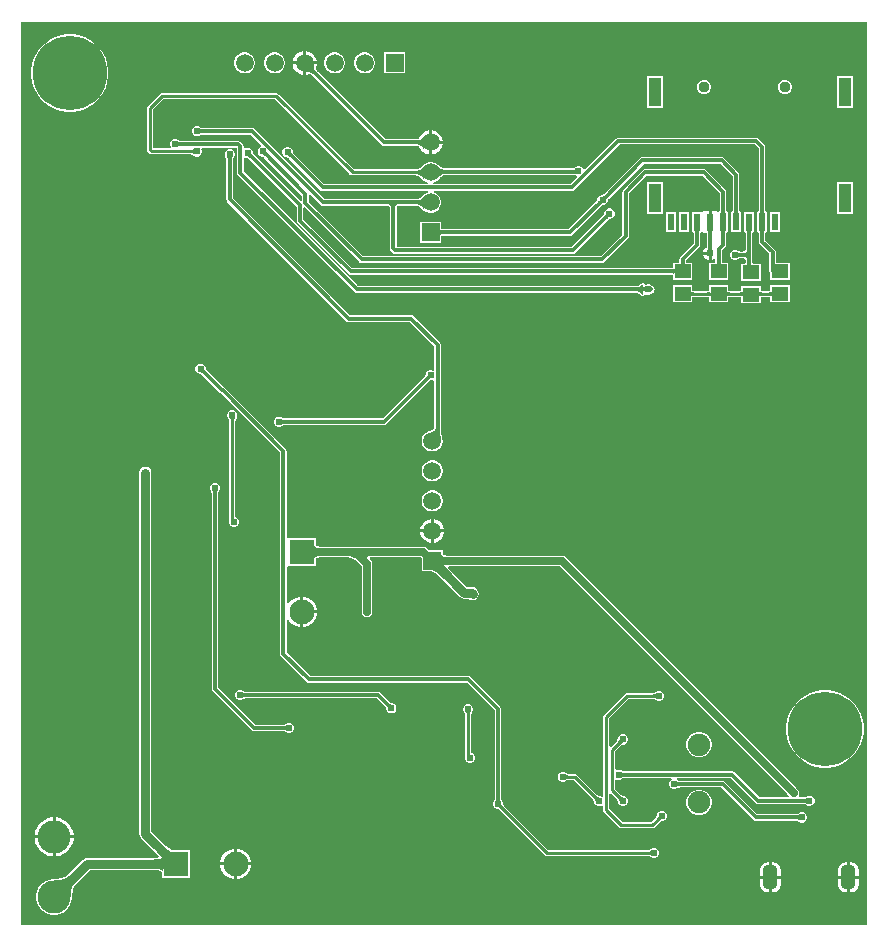
<source format=gbr>
%TF.GenerationSoftware,Altium Limited,Altium Designer,21.3.2 (30)*%
G04 Layer_Physical_Order=2*
G04 Layer_Color=16711680*
%FSLAX24Y24*%
%MOIN*%
%TF.SameCoordinates,A906CF50-EBD2-4515-BF13-6977FA7C699A*%
%TF.FilePolarity,Positive*%
%TF.FileFunction,Copper,L2,Bot,Signal*%
%TF.Part,Single*%
G01*
G75*
%TA.AperFunction,SMDPad,CuDef*%
%ADD13R,0.0551X0.0472*%
%TA.AperFunction,Conductor*%
%ADD28C,0.0100*%
%ADD29C,0.0120*%
%ADD31C,0.0300*%
%TA.AperFunction,ViaPad*%
%ADD32C,0.2480*%
%TA.AperFunction,ComponentPad*%
%ADD33C,0.0750*%
%ADD34R,0.0598X0.0598*%
%ADD35C,0.0598*%
%ADD36C,0.0374*%
G04:AMPARAMS|DCode=37|XSize=78.7mil|YSize=47.2mil|CornerRadius=14.2mil|HoleSize=0mil|Usage=FLASHONLY|Rotation=90.000|XOffset=0mil|YOffset=0mil|HoleType=Round|Shape=RoundedRectangle|*
%AMROUNDEDRECTD37*
21,1,0.0787,0.0189,0,0,90.0*
21,1,0.0504,0.0472,0,0,90.0*
1,1,0.0283,0.0094,0.0252*
1,1,0.0283,0.0094,-0.0252*
1,1,0.0283,-0.0094,-0.0252*
1,1,0.0283,-0.0094,0.0252*
%
%ADD37ROUNDEDRECTD37*%
%ADD38C,0.0827*%
%ADD39R,0.0827X0.0827*%
%ADD40C,0.1100*%
%ADD41R,0.0827X0.0827*%
%ADD42R,0.0598X0.0598*%
%TA.AperFunction,ViaPad*%
%ADD43C,0.0240*%
%TA.AperFunction,SMDPad,CuDef*%
%ADD44R,0.0244X0.0551*%
%ADD45R,0.0433X0.0945*%
%TA.AperFunction,Conductor*%
%ADD46C,0.0250*%
G36*
X38200Y24750D02*
X10000D01*
Y54850D01*
X38200D01*
Y24750D01*
D02*
G37*
%LPC*%
G36*
X19503Y53899D02*
X19500D01*
Y53550D01*
X19849D01*
Y53553D01*
X19822Y53654D01*
X19769Y53745D01*
X19695Y53819D01*
X19604Y53872D01*
X19503Y53899D01*
D02*
G37*
G36*
X19400D02*
X19397D01*
X19296Y53872D01*
X19205Y53819D01*
X19131Y53745D01*
X19078Y53654D01*
X19051Y53553D01*
Y53550D01*
X19400D01*
Y53899D01*
D02*
G37*
G36*
X19702Y53450D02*
X19500D01*
Y53248D01*
X19702Y53450D01*
D02*
G37*
G36*
X22799Y53849D02*
X22101D01*
Y53151D01*
X22799D01*
Y53849D01*
D02*
G37*
G36*
X21496D02*
X21404D01*
X21315Y53825D01*
X21236Y53779D01*
X21171Y53714D01*
X21125Y53635D01*
X21101Y53546D01*
Y53454D01*
X21125Y53365D01*
X21171Y53286D01*
X21236Y53221D01*
X21315Y53175D01*
X21404Y53151D01*
X21496D01*
X21585Y53175D01*
X21664Y53221D01*
X21729Y53286D01*
X21775Y53365D01*
X21799Y53454D01*
Y53546D01*
X21775Y53635D01*
X21729Y53714D01*
X21664Y53779D01*
X21585Y53825D01*
X21496Y53849D01*
D02*
G37*
G36*
X20496D02*
X20404D01*
X20315Y53825D01*
X20236Y53779D01*
X20171Y53714D01*
X20125Y53635D01*
X20101Y53546D01*
Y53454D01*
X20125Y53365D01*
X20171Y53286D01*
X20236Y53221D01*
X20315Y53175D01*
X20404Y53151D01*
X20496D01*
X20585Y53175D01*
X20664Y53221D01*
X20729Y53286D01*
X20775Y53365D01*
X20799Y53454D01*
Y53546D01*
X20775Y53635D01*
X20729Y53714D01*
X20664Y53779D01*
X20585Y53825D01*
X20496Y53849D01*
D02*
G37*
G36*
X18496D02*
X18404D01*
X18315Y53825D01*
X18236Y53779D01*
X18171Y53714D01*
X18125Y53635D01*
X18101Y53546D01*
Y53454D01*
X18125Y53365D01*
X18171Y53286D01*
X18236Y53221D01*
X18315Y53175D01*
X18404Y53151D01*
X18496D01*
X18585Y53175D01*
X18664Y53221D01*
X18729Y53286D01*
X18775Y53365D01*
X18799Y53454D01*
Y53546D01*
X18775Y53635D01*
X18729Y53714D01*
X18664Y53779D01*
X18585Y53825D01*
X18496Y53849D01*
D02*
G37*
G36*
X17496D02*
X17404D01*
X17315Y53825D01*
X17236Y53779D01*
X17171Y53714D01*
X17125Y53635D01*
X17101Y53546D01*
Y53454D01*
X17125Y53365D01*
X17171Y53286D01*
X17236Y53221D01*
X17315Y53175D01*
X17404Y53151D01*
X17496D01*
X17585Y53175D01*
X17664Y53221D01*
X17729Y53286D01*
X17775Y53365D01*
X17799Y53454D01*
Y53546D01*
X17775Y53635D01*
X17729Y53714D01*
X17664Y53779D01*
X17585Y53825D01*
X17496Y53849D01*
D02*
G37*
G36*
X19849Y53450D02*
X19750D01*
X19755Y53383D01*
X19761Y53350D01*
X19768Y53320D01*
X19776Y53293D01*
X19786Y53268D01*
X19798Y53245D01*
X19812Y53225D01*
X19827Y53208D01*
X19742Y53123D01*
X19725Y53138D01*
X19705Y53152D01*
X19682Y53164D01*
X19657Y53174D01*
X19630Y53182D01*
X19600Y53189D01*
X19567Y53195D01*
X19532Y53198D01*
X19500Y53199D01*
Y53101D01*
X19503D01*
X19604Y53128D01*
X19610Y53131D01*
X19616Y53130D01*
X19639Y53123D01*
X19659Y53115D01*
X19677Y53105D01*
X19691Y53096D01*
X19706Y53083D01*
X19710Y53081D01*
X22021Y50771D01*
X22057Y50746D01*
X22100Y50738D01*
X22100Y50738D01*
X23170D01*
X23174Y50736D01*
X23193Y50735D01*
X23211Y50731D01*
X23229Y50726D01*
X23250Y50717D01*
X23271Y50706D01*
X23276Y50703D01*
X23278Y50696D01*
X23331Y50605D01*
X23405Y50531D01*
X23496Y50478D01*
X23597Y50451D01*
X23600D01*
Y50850D01*
Y51249D01*
X23597D01*
X23496Y51222D01*
X23405Y51169D01*
X23331Y51095D01*
X23278Y51004D01*
X23276Y50997D01*
X23271Y50994D01*
X23250Y50983D01*
X23229Y50974D01*
X23211Y50969D01*
X23193Y50965D01*
X23174Y50964D01*
X23170Y50962D01*
X22146D01*
X19869Y53240D01*
X19867Y53244D01*
X19854Y53259D01*
X19845Y53273D01*
X19835Y53291D01*
X19827Y53311D01*
X19820Y53334D01*
X19819Y53340D01*
X19822Y53346D01*
X19849Y53447D01*
Y53450D01*
D02*
G37*
G36*
X19400D02*
X19051D01*
Y53447D01*
X19078Y53346D01*
X19131Y53255D01*
X19205Y53181D01*
X19296Y53128D01*
X19397Y53101D01*
X19400D01*
Y53450D01*
D02*
G37*
G36*
X35497Y52937D02*
X35403D01*
X35316Y52901D01*
X35249Y52834D01*
X35213Y52747D01*
Y52653D01*
X35249Y52566D01*
X35316Y52499D01*
X35403Y52463D01*
X35497D01*
X35584Y52499D01*
X35651Y52566D01*
X35687Y52653D01*
Y52747D01*
X35651Y52834D01*
X35584Y52901D01*
X35497Y52937D01*
D02*
G37*
G36*
X32820D02*
X32726D01*
X32639Y52901D01*
X32572Y52834D01*
X32536Y52747D01*
Y52653D01*
X32572Y52566D01*
X32639Y52499D01*
X32726Y52463D01*
X32820D01*
X32907Y52499D01*
X32974Y52566D01*
X33010Y52653D01*
Y52747D01*
X32974Y52834D01*
X32907Y52901D01*
X32820Y52937D01*
D02*
G37*
G36*
X37744Y53057D02*
X37211D01*
Y52012D01*
X37744D01*
Y53057D01*
D02*
G37*
G36*
X31386D02*
X30853D01*
Y52012D01*
X31386D01*
Y53057D01*
D02*
G37*
G36*
X11722Y54450D02*
X11518D01*
X11318Y54418D01*
X11125Y54356D01*
X10944Y54263D01*
X10780Y54144D01*
X10636Y54000D01*
X10517Y53836D01*
X10424Y53655D01*
X10362Y53462D01*
X10330Y53262D01*
Y53058D01*
X10362Y52858D01*
X10424Y52665D01*
X10517Y52484D01*
X10636Y52320D01*
X10780Y52176D01*
X10944Y52057D01*
X11125Y51964D01*
X11318Y51902D01*
X11518Y51870D01*
X11722D01*
X11922Y51902D01*
X12115Y51964D01*
X12296Y52057D01*
X12460Y52176D01*
X12604Y52320D01*
X12723Y52484D01*
X12816Y52665D01*
X12878Y52858D01*
X12910Y53058D01*
Y53262D01*
X12878Y53462D01*
X12816Y53655D01*
X12723Y53836D01*
X12604Y54000D01*
X12460Y54144D01*
X12296Y54263D01*
X12115Y54356D01*
X11922Y54418D01*
X11722Y54450D01*
D02*
G37*
G36*
X23703Y51249D02*
X23700D01*
Y50900D01*
X24049D01*
Y50903D01*
X24022Y51004D01*
X23969Y51095D01*
X23895Y51169D01*
X23804Y51222D01*
X23703Y51249D01*
D02*
G37*
G36*
X24049Y50800D02*
X23700D01*
Y50451D01*
X23703D01*
X23804Y50478D01*
X23895Y50531D01*
X23969Y50605D01*
X24022Y50696D01*
X24049Y50797D01*
Y50800D01*
D02*
G37*
G36*
X33350Y50362D02*
X33350Y50362D01*
X30700D01*
X30700Y50362D01*
X30657Y50354D01*
X30621Y50329D01*
X30621Y50329D01*
X29430Y49138D01*
X29425Y49137D01*
X29408Y49121D01*
X29402Y49116D01*
X29396Y49112D01*
X29391Y49108D01*
X29387Y49106D01*
X29384Y49105D01*
X29382Y49104D01*
X29381Y49104D01*
X29378Y49104D01*
X29370Y49100D01*
X29346D01*
X29284Y49074D01*
X29236Y49026D01*
X29210Y48964D01*
Y48940D01*
X29206Y48932D01*
X29206Y48929D01*
X29206Y48928D01*
X29205Y48926D01*
X29204Y48923D01*
X29202Y48919D01*
X29198Y48914D01*
X29195Y48908D01*
X29182Y48894D01*
X29174Y48886D01*
X29172Y48881D01*
X28254Y47962D01*
X24074D01*
X24069Y47964D01*
X24048Y47965D01*
X24031Y47966D01*
X24018Y47968D01*
X24008Y47971D01*
X24001Y47974D01*
X24001Y47974D01*
X24001Y47976D01*
X23999Y47978D01*
Y48199D01*
X23301D01*
Y47501D01*
X23999D01*
Y47722D01*
X24001Y47724D01*
X24001Y47726D01*
X24001Y47726D01*
X24008Y47729D01*
X24018Y47732D01*
X24031Y47734D01*
X24048Y47735D01*
X24069Y47736D01*
X24074Y47738D01*
X28300D01*
X28300Y47738D01*
X28343Y47746D01*
X28379Y47771D01*
X29330Y48722D01*
X29335Y48723D01*
X29352Y48739D01*
X29358Y48744D01*
X29364Y48748D01*
X29369Y48752D01*
X29373Y48754D01*
X29376Y48755D01*
X29378Y48756D01*
X29379Y48756D01*
X29382Y48756D01*
X29390Y48760D01*
X29414D01*
X29476Y48786D01*
X29524Y48834D01*
X29550Y48896D01*
Y48920D01*
X29554Y48928D01*
X29554Y48931D01*
X29554Y48932D01*
X29555Y48934D01*
X29556Y48937D01*
X29558Y48941D01*
X29562Y48946D01*
X29565Y48952D01*
X29578Y48966D01*
X29586Y48974D01*
X29588Y48979D01*
X30746Y50138D01*
X33304D01*
X33716Y49726D01*
Y48604D01*
X33714Y48600D01*
X33713Y48578D01*
X33712Y48561D01*
X33710Y48548D01*
X33707Y48538D01*
X33704Y48532D01*
X33704Y48531D01*
X33702Y48531D01*
X33700Y48530D01*
X33656D01*
Y48482D01*
X33654Y48477D01*
X33655Y48474D01*
X33654Y48471D01*
X33656Y48468D01*
Y47878D01*
X34000D01*
Y48468D01*
X34002Y48471D01*
X34001Y48474D01*
X34002Y48477D01*
X34000Y48482D01*
Y48530D01*
X33956D01*
X33954Y48531D01*
X33952Y48531D01*
X33951Y48532D01*
X33949Y48538D01*
X33946Y48548D01*
X33944Y48561D01*
X33943Y48578D01*
X33942Y48600D01*
X33940Y48604D01*
Y49772D01*
X33940Y49772D01*
X33932Y49815D01*
X33907Y49851D01*
X33907Y49851D01*
X33429Y50329D01*
X33393Y50354D01*
X33350Y50362D01*
D02*
G37*
G36*
X37744Y49514D02*
X37211D01*
Y48469D01*
X37744D01*
Y49514D01*
D02*
G37*
G36*
X35299Y48530D02*
X34955D01*
Y47878D01*
X35299D01*
Y48530D01*
D02*
G37*
G36*
X34433D02*
X34089D01*
Y47938D01*
X34087Y47935D01*
X34088Y47932D01*
X34087Y47930D01*
X34089Y47925D01*
Y47878D01*
X34131D01*
X34135Y47876D01*
X34137Y47876D01*
X34138Y47875D01*
X34140Y47869D01*
X34143Y47859D01*
X34145Y47846D01*
X34146Y47829D01*
X34147Y47808D01*
X34149Y47804D01*
Y47292D01*
X34148Y47291D01*
X34149Y47287D01*
X34147Y47283D01*
X34146Y47263D01*
X34144Y47250D01*
X34140Y47240D01*
X34137Y47233D01*
X34133Y47228D01*
X34128Y47224D01*
X34121Y47221D01*
X34111Y47217D01*
X34098Y47215D01*
X34078Y47214D01*
X34074Y47212D01*
X33982D01*
X33978Y47214D01*
X33955Y47215D01*
X33947Y47216D01*
X33940Y47217D01*
X33934Y47218D01*
X33930Y47220D01*
X33926Y47221D01*
X33925Y47222D01*
X33924Y47222D01*
X33922Y47224D01*
X33913Y47227D01*
X33896Y47244D01*
X33834Y47270D01*
X33766D01*
X33704Y47244D01*
X33656Y47196D01*
X33630Y47134D01*
Y47066D01*
X33656Y47004D01*
X33704Y46956D01*
X33766Y46930D01*
X33834D01*
X33896Y46956D01*
X33913Y46973D01*
X33922Y46976D01*
X33924Y46978D01*
X33925Y46978D01*
X33926Y46979D01*
X33930Y46980D01*
X33934Y46982D01*
X33940Y46983D01*
X33946Y46984D01*
X33966Y46986D01*
X33977Y46986D01*
X33981Y46988D01*
X34074D01*
X34078Y46986D01*
X34098Y46985D01*
X34111Y46983D01*
X34121Y46979D01*
X34128Y46976D01*
X34133Y46972D01*
X34137Y46967D01*
X34140Y46960D01*
X34144Y46950D01*
X34146Y46937D01*
X34147Y46917D01*
X34149Y46913D01*
X34148Y46909D01*
X34149Y46908D01*
Y46883D01*
X34147Y46879D01*
X34146Y46857D01*
X34145Y46840D01*
X34143Y46827D01*
X34140Y46817D01*
X34137Y46811D01*
X34137Y46810D01*
X34135Y46810D01*
X34133Y46809D01*
X33998D01*
Y46236D01*
X34650D01*
Y46809D01*
X34389D01*
X34387Y46810D01*
X34385Y46810D01*
X34385Y46811D01*
X34382Y46817D01*
X34379Y46827D01*
X34377Y46840D01*
X34376Y46857D01*
X34375Y46879D01*
X34373Y46883D01*
Y47088D01*
X34374Y47089D01*
X34373Y47094D01*
Y47106D01*
X34374Y47111D01*
X34373Y47112D01*
Y47804D01*
X34375Y47808D01*
X34376Y47829D01*
X34377Y47846D01*
X34379Y47859D01*
X34382Y47869D01*
X34384Y47875D01*
X34385Y47876D01*
X34387Y47876D01*
X34392Y47878D01*
X34433D01*
Y47925D01*
X34435Y47930D01*
X34434Y47932D01*
X34435Y47935D01*
X34433Y47938D01*
Y48530D01*
D02*
G37*
G36*
X32912Y47110D02*
X32744D01*
X32775Y47035D01*
X32837Y46973D01*
X32912Y46943D01*
Y47110D01*
D02*
G37*
G36*
X18500Y52502D02*
X14709D01*
X14670Y52494D01*
X14636Y52472D01*
X14228Y52064D01*
X14206Y52030D01*
X14198Y51991D01*
Y50609D01*
X14206Y50570D01*
X14228Y50536D01*
X14286Y50478D01*
X14320Y50456D01*
X14359Y50448D01*
X15663D01*
X15667Y50446D01*
X15678Y50446D01*
X15686Y50445D01*
X15693Y50444D01*
X15700Y50442D01*
X15706Y50440D01*
X15711Y50438D01*
X15715Y50436D01*
X15719Y50434D01*
X15722Y50431D01*
X15727Y50426D01*
X15737Y50423D01*
X15754Y50406D01*
X15816Y50380D01*
X15884D01*
X15946Y50406D01*
X15994Y50454D01*
X16020Y50516D01*
Y50584D01*
X16003Y50625D01*
X16031Y50675D01*
X17183D01*
X17188Y50670D01*
Y49842D01*
X17188Y49842D01*
X17196Y49799D01*
X17221Y49763D01*
X21113Y45871D01*
X21113Y45871D01*
X21149Y45846D01*
X21192Y45838D01*
X21192Y45838D01*
X30500D01*
X30504Y45836D01*
X30522Y45835D01*
X30537Y45832D01*
X30552Y45828D01*
X30569Y45822D01*
X30586Y45813D01*
X30604Y45803D01*
X30622Y45790D01*
X30663Y45757D01*
X30684Y45736D01*
X30703Y45729D01*
X30721Y45721D01*
X30722Y45721D01*
X30722Y45721D01*
X30741Y45729D01*
X30760Y45737D01*
X30760Y45737D01*
X30760Y45737D01*
X30763Y45745D01*
X30763D01*
X30763Y45745D01*
X30768Y45756D01*
X30773Y45769D01*
X30776Y45772D01*
X30785Y45779D01*
X30826Y45797D01*
X30866Y45780D01*
X30934D01*
X30996Y45806D01*
X31035Y45844D01*
X31046Y45846D01*
X31082Y45871D01*
X31106Y45907D01*
X31115Y45950D01*
X31106Y45993D01*
X31082Y46029D01*
X31046Y46054D01*
X31035Y46056D01*
X30996Y46094D01*
X30934Y46120D01*
X30866D01*
X30826Y46103D01*
X30785Y46121D01*
X30776Y46128D01*
X30773Y46131D01*
X30768Y46144D01*
X30760Y46163D01*
X30760Y46163D01*
X30760Y46163D01*
X30741Y46171D01*
X30722Y46179D01*
X30722Y46179D01*
X30721Y46179D01*
X30714Y46176D01*
X30714Y46176D01*
X30714Y46176D01*
X30703Y46171D01*
X30684Y46164D01*
X30662Y46143D01*
X30642Y46125D01*
X30623Y46110D01*
X30604Y46097D01*
X30586Y46087D01*
X30569Y46078D01*
X30552Y46072D01*
X30537Y46068D01*
X30522Y46065D01*
X30504Y46064D01*
X30500Y46062D01*
X21239D01*
X17412Y49889D01*
Y50332D01*
X17462Y50352D01*
X17516Y50330D01*
X17540D01*
X17548Y50326D01*
X17551Y50326D01*
X17552Y50326D01*
X17554Y50325D01*
X17557Y50324D01*
X17561Y50322D01*
X17566Y50318D01*
X17572Y50315D01*
X17586Y50302D01*
X17594Y50294D01*
X17599Y50292D01*
X19185Y48706D01*
Y48243D01*
X19185Y48243D01*
X19194Y48200D01*
X19218Y48163D01*
X20913Y46469D01*
X20913Y46469D01*
X20949Y46444D01*
X20992Y46436D01*
X31650D01*
X31654Y46434D01*
X31675Y46433D01*
X31692Y46432D01*
X31705Y46430D01*
X31715Y46427D01*
X31721Y46425D01*
X31722Y46424D01*
X31722Y46422D01*
X31724Y46418D01*
Y46262D01*
X32376D01*
Y46834D01*
X32178D01*
X32176Y46836D01*
X32174Y46836D01*
X32174Y46836D01*
X32171Y46843D01*
X32168Y46853D01*
X32166Y46866D01*
X32165Y46883D01*
X32164Y46904D01*
X32162Y46909D01*
Y46914D01*
X32608Y47359D01*
X32608Y47359D01*
X32632Y47396D01*
X32641Y47439D01*
X32641Y47439D01*
Y47804D01*
X32643Y47808D01*
X32643Y47829D01*
X32645Y47846D01*
X32647Y47859D01*
X32650Y47869D01*
X32652Y47875D01*
X32652Y47876D01*
X32654Y47876D01*
X32659Y47878D01*
X32701D01*
X32740Y47852D01*
Y47828D01*
X32847D01*
X32848Y47808D01*
X32850Y47804D01*
Y47352D01*
X32837Y47347D01*
X32775Y47285D01*
X32744Y47210D01*
X32962D01*
Y47160D01*
X33012D01*
Y46943D01*
X33086Y46973D01*
X33092Y46979D01*
X33138Y46960D01*
Y46909D01*
X33136Y46904D01*
X33135Y46883D01*
X33134Y46866D01*
X33132Y46853D01*
X33129Y46843D01*
X33126Y46836D01*
X33126Y46836D01*
X33124Y46836D01*
X33122Y46834D01*
X32924D01*
Y46262D01*
X33576D01*
Y46834D01*
X33378D01*
X33376Y46836D01*
X33374Y46836D01*
X33374Y46836D01*
X33371Y46843D01*
X33368Y46853D01*
X33366Y46866D01*
X33365Y46883D01*
X33364Y46904D01*
X33362Y46909D01*
Y47254D01*
X33474Y47366D01*
X33474Y47366D01*
X33498Y47402D01*
X33507Y47445D01*
Y47804D01*
X33509Y47808D01*
X33510Y47829D01*
X33511Y47846D01*
X33513Y47859D01*
X33516Y47869D01*
X33518Y47875D01*
X33519Y47876D01*
X33521Y47876D01*
X33525Y47878D01*
X33567D01*
Y47925D01*
X33569Y47930D01*
X33568Y47932D01*
X33569Y47935D01*
X33567Y47938D01*
Y48468D01*
X33569Y48471D01*
X33568Y48474D01*
X33569Y48477D01*
X33567Y48482D01*
Y48530D01*
X33523D01*
X33521Y48531D01*
X33519Y48531D01*
X33518Y48532D01*
X33516Y48538D01*
X33513Y48548D01*
X33511Y48561D01*
X33510Y48578D01*
X33509Y48600D01*
X33507Y48604D01*
Y49205D01*
X33507Y49205D01*
X33498Y49248D01*
X33474Y49284D01*
X32829Y49929D01*
X32793Y49954D01*
X32750Y49962D01*
X32750Y49962D01*
X30800D01*
X30800Y49962D01*
X30757Y49954D01*
X30721Y49929D01*
X30721Y49929D01*
X30071Y49279D01*
X30046Y49243D01*
X30038Y49200D01*
X30038Y49200D01*
Y47780D01*
X29320Y47062D01*
X21391D01*
X19586Y48868D01*
Y49110D01*
X19628Y49132D01*
X19634Y49133D01*
X19996Y48771D01*
X19996Y48771D01*
X20032Y48746D01*
X20075Y48738D01*
X20075Y48738D01*
X22208D01*
X22209Y48737D01*
X22213Y48738D01*
X22217Y48736D01*
X22237Y48735D01*
X22250Y48733D01*
X22260Y48729D01*
X22267Y48726D01*
X22272Y48722D01*
X22276Y48717D01*
X22279Y48710D01*
X22283Y48700D01*
X22285Y48687D01*
X22286Y48667D01*
X22288Y48663D01*
Y47320D01*
X22288Y47320D01*
X22296Y47277D01*
X22321Y47241D01*
X22391Y47171D01*
X22391Y47171D01*
X22427Y47146D01*
X22470Y47138D01*
X22470Y47138D01*
X28380D01*
X28380Y47138D01*
X28423Y47146D01*
X28459Y47171D01*
X29560Y48272D01*
X29565Y48273D01*
X29582Y48289D01*
X29588Y48294D01*
X29594Y48298D01*
X29599Y48302D01*
X29603Y48304D01*
X29606Y48305D01*
X29608Y48306D01*
X29609Y48306D01*
X29612Y48306D01*
X29620Y48310D01*
X29644D01*
X29706Y48336D01*
X29754Y48384D01*
X29780Y48446D01*
Y48514D01*
X29754Y48576D01*
X29706Y48624D01*
X29644Y48650D01*
X29576D01*
X29514Y48624D01*
X29466Y48576D01*
X29440Y48514D01*
Y48490D01*
X29436Y48482D01*
X29436Y48479D01*
X29436Y48478D01*
X29435Y48476D01*
X29434Y48473D01*
X29432Y48469D01*
X29428Y48464D01*
X29425Y48458D01*
X29412Y48444D01*
X29404Y48436D01*
X29402Y48431D01*
X28334Y47362D01*
X22517D01*
X22512Y47367D01*
Y48663D01*
X22514Y48667D01*
X22515Y48687D01*
X22517Y48700D01*
X22521Y48710D01*
X22524Y48717D01*
X22528Y48722D01*
X22533Y48726D01*
X22540Y48729D01*
X22550Y48733D01*
X22563Y48735D01*
X22583Y48736D01*
X22587Y48738D01*
X22591Y48737D01*
X22592Y48738D01*
X23170D01*
X23174Y48736D01*
X23193Y48735D01*
X23211Y48731D01*
X23229Y48726D01*
X23250Y48717D01*
X23271Y48706D01*
X23294Y48691D01*
X23318Y48674D01*
X23371Y48629D01*
X23398Y48602D01*
X23408Y48598D01*
X23436Y48571D01*
X23515Y48525D01*
X23604Y48501D01*
X23696D01*
X23785Y48525D01*
X23864Y48571D01*
X23929Y48636D01*
X23975Y48715D01*
X23999Y48804D01*
Y48896D01*
X23975Y48985D01*
X23929Y49064D01*
X23864Y49129D01*
X23785Y49175D01*
X23738Y49188D01*
X23745Y49238D01*
X28350D01*
X28350Y49238D01*
X28393Y49246D01*
X28429Y49271D01*
X29946Y50788D01*
X34454D01*
X34582Y50659D01*
Y48604D01*
X34580Y48600D01*
X34579Y48578D01*
X34578Y48561D01*
X34576Y48548D01*
X34573Y48538D01*
X34571Y48532D01*
X34570Y48531D01*
X34568Y48531D01*
X34566Y48530D01*
X34522D01*
Y48482D01*
X34520Y48477D01*
X34521Y48474D01*
X34520Y48471D01*
X34522Y48468D01*
Y47938D01*
X34520Y47935D01*
X34521Y47932D01*
X34520Y47930D01*
X34522Y47925D01*
Y47878D01*
X34564D01*
X34568Y47876D01*
X34570Y47876D01*
X34571Y47875D01*
X34573Y47869D01*
X34576Y47859D01*
X34578Y47846D01*
X34579Y47829D01*
X34580Y47808D01*
X34582Y47804D01*
Y47546D01*
X34582Y47546D01*
X34590Y47503D01*
X34615Y47467D01*
X34938Y47144D01*
Y46908D01*
X34936Y46903D01*
X34938Y46898D01*
Y46548D01*
X34946Y46505D01*
X34971Y46469D01*
X34974Y46466D01*
Y46262D01*
X35626D01*
Y46834D01*
X35179D01*
X35176Y46836D01*
X35174Y46836D01*
X35174Y46837D01*
X35171Y46843D01*
X35168Y46853D01*
X35166Y46866D01*
X35165Y46883D01*
X35164Y46904D01*
X35162Y46909D01*
Y47190D01*
X35162Y47190D01*
X35154Y47233D01*
X35129Y47269D01*
X35129Y47269D01*
X34806Y47592D01*
Y47804D01*
X34808Y47808D01*
X34809Y47829D01*
X34810Y47846D01*
X34812Y47859D01*
X34815Y47869D01*
X34818Y47875D01*
X34818Y47876D01*
X34820Y47876D01*
X34825Y47878D01*
X34866D01*
Y47925D01*
X34868Y47930D01*
X34867Y47932D01*
X34868Y47935D01*
X34866Y47938D01*
Y48468D01*
X34868Y48471D01*
X34867Y48474D01*
X34868Y48477D01*
X34866Y48482D01*
Y48530D01*
X34822D01*
X34820Y48531D01*
X34818Y48531D01*
X34818Y48532D01*
X34815Y48538D01*
X34812Y48548D01*
X34810Y48561D01*
X34809Y48578D01*
X34808Y48600D01*
X34806Y48604D01*
Y50706D01*
X34806Y50706D01*
X34798Y50749D01*
X34773Y50785D01*
X34773Y50785D01*
X34579Y50979D01*
X34543Y51004D01*
X34500Y51012D01*
X34500Y51012D01*
X29900D01*
X29900Y51012D01*
X29857Y51004D01*
X29821Y50979D01*
X28794Y49952D01*
X28736Y49965D01*
X28721Y49999D01*
X28674Y50047D01*
X28611Y50073D01*
X28544D01*
X28481Y50047D01*
X28439Y50004D01*
X28435Y50002D01*
X28433Y50000D01*
X28432Y49999D01*
X28429Y49998D01*
X28424Y49997D01*
X28419Y49996D01*
X28401Y49994D01*
X28390Y49994D01*
X28386Y49992D01*
X28383D01*
X28379Y49992D01*
X28378Y49992D01*
X24122D01*
X24118Y49994D01*
X24100Y49995D01*
X24083Y49998D01*
X24063Y50004D01*
X24042Y50012D01*
X24019Y50023D01*
X23993Y50037D01*
X23967Y50053D01*
X23908Y50096D01*
X23876Y50122D01*
X23871Y50123D01*
X23864Y50129D01*
X23785Y50175D01*
X23696Y50199D01*
X23604D01*
X23515Y50175D01*
X23436Y50129D01*
X23408Y50102D01*
X23398Y50098D01*
X23369Y50069D01*
X23313Y50020D01*
X23288Y50002D01*
X23265Y49986D01*
X23243Y49974D01*
X23223Y49965D01*
X23205Y49959D01*
X23189Y49955D01*
X23171Y49954D01*
X23167Y49952D01*
X21092D01*
X18572Y52472D01*
X18539Y52494D01*
X18500Y52502D01*
D02*
G37*
G36*
X35626Y46086D02*
X34974D01*
Y45910D01*
X34974Y45910D01*
X34972Y45909D01*
X34965Y45907D01*
X34955Y45906D01*
X34942Y45905D01*
X34924Y45904D01*
X34919Y45902D01*
X34705D01*
X34700Y45904D01*
X34682Y45905D01*
X34669Y45906D01*
X34658Y45907D01*
X34651Y45909D01*
X34650Y45910D01*
Y46060D01*
X33998D01*
Y45910D01*
X33998Y45910D01*
X33996Y45909D01*
X33989Y45907D01*
X33979Y45906D01*
X33965Y45905D01*
X33948Y45904D01*
X33943Y45902D01*
X33631D01*
X33626Y45904D01*
X33608Y45905D01*
X33595Y45906D01*
X33584Y45907D01*
X33577Y45909D01*
X33576Y45910D01*
Y46086D01*
X32924D01*
Y45910D01*
X32924Y45910D01*
X32922Y45909D01*
X32915Y45907D01*
X32905Y45906D01*
X32892Y45905D01*
X32874Y45904D01*
X32869Y45902D01*
X32431D01*
X32426Y45904D01*
X32408Y45905D01*
X32395Y45906D01*
X32384Y45907D01*
X32377Y45909D01*
X32376Y45910D01*
Y46086D01*
X31724D01*
Y45514D01*
X32376D01*
Y45690D01*
X32377Y45691D01*
X32384Y45693D01*
X32395Y45694D01*
X32408Y45695D01*
X32426Y45696D01*
X32431Y45698D01*
X32869D01*
X32874Y45696D01*
X32892Y45695D01*
X32905Y45694D01*
X32915Y45693D01*
X32922Y45691D01*
X32924Y45690D01*
X32924Y45690D01*
Y45514D01*
X33576D01*
Y45690D01*
X33577Y45691D01*
X33584Y45693D01*
X33595Y45694D01*
X33608Y45695D01*
X33626Y45696D01*
X33631Y45698D01*
X33943D01*
X33948Y45696D01*
X33965Y45695D01*
X33979Y45694D01*
X33989Y45693D01*
X33996Y45691D01*
X33998Y45690D01*
X33998Y45690D01*
Y45488D01*
X34650D01*
Y45690D01*
X34651Y45691D01*
X34658Y45693D01*
X34669Y45694D01*
X34682Y45695D01*
X34700Y45696D01*
X34705Y45698D01*
X34919D01*
X34924Y45696D01*
X34942Y45695D01*
X34955Y45694D01*
X34965Y45693D01*
X34972Y45691D01*
X34974Y45690D01*
X34974Y45690D01*
Y45514D01*
X35626D01*
Y46086D01*
D02*
G37*
G36*
X16984Y50620D02*
X16916D01*
X16854Y50594D01*
X16806Y50546D01*
X16780Y50484D01*
Y50416D01*
X16806Y50354D01*
X16823Y50337D01*
X16826Y50328D01*
X16828Y50326D01*
X16828Y50325D01*
X16829Y50324D01*
X16830Y50320D01*
X16832Y50316D01*
X16833Y50310D01*
X16834Y50304D01*
X16836Y50284D01*
X16836Y50273D01*
X16838Y50269D01*
Y48950D01*
X16838Y48950D01*
X16846Y48907D01*
X16871Y48871D01*
X20841Y44901D01*
X20841Y44901D01*
X20877Y44876D01*
X20920Y44868D01*
X20920Y44868D01*
X22954D01*
X23768Y44054D01*
Y43278D01*
X23718Y43246D01*
X23684Y43260D01*
X23616D01*
X23554Y43234D01*
X23506Y43186D01*
X23480Y43124D01*
Y43100D01*
X23476Y43092D01*
X23476Y43089D01*
X23476Y43088D01*
X23475Y43086D01*
X23474Y43083D01*
X23472Y43079D01*
X23468Y43074D01*
X23465Y43068D01*
X23452Y43054D01*
X23444Y43046D01*
X23442Y43041D01*
X22054Y41652D01*
X18782D01*
X18778Y41654D01*
X18755Y41655D01*
X18747Y41656D01*
X18740Y41657D01*
X18734Y41658D01*
X18730Y41660D01*
X18726Y41661D01*
X18725Y41662D01*
X18724Y41662D01*
X18722Y41664D01*
X18713Y41667D01*
X18696Y41684D01*
X18634Y41710D01*
X18566D01*
X18504Y41684D01*
X18456Y41636D01*
X18430Y41574D01*
Y41506D01*
X18456Y41444D01*
X18504Y41396D01*
X18566Y41370D01*
X18634D01*
X18696Y41396D01*
X18713Y41413D01*
X18722Y41416D01*
X18724Y41418D01*
X18725Y41418D01*
X18726Y41419D01*
X18730Y41420D01*
X18734Y41422D01*
X18740Y41423D01*
X18746Y41424D01*
X18766Y41426D01*
X18777Y41426D01*
X18781Y41428D01*
X22100D01*
X22100Y41428D01*
X22143Y41436D01*
X22179Y41461D01*
X23600Y42882D01*
X23605Y42883D01*
X23622Y42899D01*
X23628Y42904D01*
X23634Y42908D01*
X23639Y42912D01*
X23643Y42914D01*
X23646Y42915D01*
X23648Y42916D01*
X23649Y42916D01*
X23652Y42916D01*
X23660Y42920D01*
X23684D01*
X23718Y42934D01*
X23768Y42902D01*
Y41361D01*
X23766Y41357D01*
X23765Y41335D01*
X23761Y41319D01*
X23757Y41305D01*
X23750Y41294D01*
X23742Y41285D01*
X23732Y41276D01*
X23718Y41268D01*
X23701Y41261D01*
X23679Y41255D01*
X23652Y41250D01*
X23652Y41250D01*
X23651Y41250D01*
X23648Y41247D01*
X23565Y41225D01*
X23486Y41179D01*
X23421Y41114D01*
X23375Y41035D01*
X23351Y40946D01*
Y40854D01*
X23375Y40765D01*
X23421Y40686D01*
X23486Y40621D01*
X23565Y40575D01*
X23654Y40551D01*
X23746D01*
X23835Y40575D01*
X23914Y40621D01*
X23979Y40686D01*
X24025Y40765D01*
X24049Y40854D01*
Y40946D01*
X24042Y40973D01*
X24044Y40981D01*
X24043Y40982D01*
X24043Y40984D01*
X24034Y41023D01*
X24006Y41156D01*
X23998Y41205D01*
X23995Y41244D01*
X23994Y41260D01*
X23993Y41262D01*
X23994Y41264D01*
X23992Y41267D01*
Y44100D01*
X23992Y44100D01*
X23984Y44143D01*
X23959Y44179D01*
X23079Y45059D01*
X23043Y45084D01*
X23000Y45092D01*
X23000Y45092D01*
X20966D01*
X17062Y48996D01*
Y50268D01*
X17064Y50272D01*
X17065Y50295D01*
X17066Y50303D01*
X17067Y50310D01*
X17068Y50316D01*
X17070Y50320D01*
X17071Y50324D01*
X17072Y50325D01*
X17072Y50326D01*
X17074Y50328D01*
X17077Y50337D01*
X17094Y50354D01*
X17120Y50416D01*
Y50484D01*
X17094Y50546D01*
X17046Y50594D01*
X16984Y50620D01*
D02*
G37*
G36*
X23746Y40249D02*
X23654D01*
X23565Y40225D01*
X23486Y40179D01*
X23421Y40114D01*
X23375Y40035D01*
X23351Y39946D01*
Y39854D01*
X23375Y39765D01*
X23421Y39686D01*
X23486Y39621D01*
X23565Y39575D01*
X23654Y39551D01*
X23746D01*
X23835Y39575D01*
X23914Y39621D01*
X23979Y39686D01*
X24025Y39765D01*
X24049Y39854D01*
Y39946D01*
X24025Y40035D01*
X23979Y40114D01*
X23914Y40179D01*
X23835Y40225D01*
X23746Y40249D01*
D02*
G37*
G36*
Y39249D02*
X23654D01*
X23565Y39225D01*
X23486Y39179D01*
X23421Y39114D01*
X23375Y39035D01*
X23351Y38946D01*
Y38854D01*
X23375Y38765D01*
X23421Y38686D01*
X23486Y38621D01*
X23565Y38575D01*
X23654Y38551D01*
X23746D01*
X23835Y38575D01*
X23914Y38621D01*
X23979Y38686D01*
X24025Y38765D01*
X24049Y38854D01*
Y38946D01*
X24025Y39035D01*
X23979Y39114D01*
X23914Y39179D01*
X23835Y39225D01*
X23746Y39249D01*
D02*
G37*
G36*
X17074Y41920D02*
X17006D01*
X16944Y41894D01*
X16896Y41846D01*
X16870Y41784D01*
Y41716D01*
X16896Y41654D01*
X16913Y41637D01*
X16916Y41627D01*
X16921Y41622D01*
X16924Y41619D01*
X16926Y41615D01*
X16928Y41611D01*
X16930Y41606D01*
X16932Y41600D01*
X16934Y41593D01*
X16935Y41586D01*
X16936Y41578D01*
X16936Y41567D01*
X16938Y41563D01*
Y38382D01*
X16936Y38377D01*
X16934Y38267D01*
X16933Y38252D01*
X16933Y38250D01*
X16933Y38249D01*
X16933Y38248D01*
X16933Y38247D01*
X16934Y38244D01*
X16934Y38243D01*
X16930Y38234D01*
Y38166D01*
X16956Y38104D01*
X17004Y38056D01*
X17066Y38030D01*
X17134D01*
X17196Y38056D01*
X17244Y38104D01*
X17270Y38166D01*
Y38234D01*
X17244Y38296D01*
X17196Y38344D01*
X17154Y38362D01*
X17147Y38367D01*
X17147Y38368D01*
X17146Y38371D01*
X17145Y38376D01*
X17144Y38383D01*
X17144Y38393D01*
X17143Y38397D01*
X17143Y38400D01*
X17142Y38402D01*
Y41563D01*
X17144Y41567D01*
X17144Y41578D01*
X17145Y41586D01*
X17146Y41593D01*
X17148Y41600D01*
X17150Y41606D01*
X17152Y41611D01*
X17154Y41615D01*
X17156Y41619D01*
X17159Y41622D01*
X17164Y41627D01*
X17167Y41637D01*
X17184Y41654D01*
X17210Y41716D01*
Y41784D01*
X17184Y41846D01*
X17136Y41894D01*
X17074Y41920D01*
D02*
G37*
G36*
X23753Y38299D02*
X23750D01*
Y37950D01*
X24099D01*
Y37953D01*
X24072Y38054D01*
X24019Y38145D01*
X23945Y38219D01*
X23854Y38272D01*
X23753Y38299D01*
D02*
G37*
G36*
X23650D02*
X23647D01*
X23546Y38272D01*
X23455Y38219D01*
X23381Y38145D01*
X23328Y38054D01*
X23301Y37953D01*
Y37950D01*
X23650D01*
Y38299D01*
D02*
G37*
G36*
X24099Y37850D02*
X23750D01*
Y37501D01*
X23753D01*
X23854Y37528D01*
X23945Y37581D01*
X24019Y37655D01*
X24072Y37746D01*
X24099Y37847D01*
Y37850D01*
D02*
G37*
G36*
X23650D02*
X23301D01*
Y37847D01*
X23328Y37746D01*
X23381Y37655D01*
X23455Y37581D01*
X23546Y37528D01*
X23647Y37501D01*
X23650D01*
Y37850D01*
D02*
G37*
G36*
X19418Y35713D02*
X19400D01*
Y35250D01*
X19863D01*
Y35268D01*
X19828Y35398D01*
X19761Y35515D01*
X19665Y35611D01*
X19548Y35678D01*
X19418Y35713D01*
D02*
G37*
G36*
X19863Y35150D02*
X19400D01*
Y34687D01*
X19418D01*
X19548Y34722D01*
X19665Y34789D01*
X19761Y34885D01*
X19828Y35002D01*
X19863Y35132D01*
Y35150D01*
D02*
G37*
G36*
X16014Y43480D02*
X15946D01*
X15884Y43454D01*
X15836Y43406D01*
X15810Y43344D01*
Y43276D01*
X15836Y43214D01*
X15884Y43166D01*
X15946Y43140D01*
X15970D01*
X15978Y43136D01*
X15981Y43136D01*
X15982Y43136D01*
X15984Y43135D01*
X15987Y43134D01*
X15991Y43132D01*
X15996Y43128D01*
X16002Y43125D01*
X16016Y43112D01*
X16024Y43104D01*
X16029Y43102D01*
X16626Y42506D01*
X16626Y42506D01*
X16653Y42487D01*
X18628Y40513D01*
Y33810D01*
X18628Y33810D01*
X18636Y33767D01*
X18661Y33731D01*
X19521Y32871D01*
X19521Y32871D01*
X19557Y32846D01*
X19600Y32838D01*
X19600Y32838D01*
X24864D01*
X25782Y31920D01*
Y28982D01*
X25780Y28978D01*
X25779Y28955D01*
X25778Y28947D01*
X25777Y28940D01*
X25775Y28934D01*
X25774Y28930D01*
X25773Y28926D01*
X25772Y28925D01*
X25771Y28924D01*
X25769Y28922D01*
X25766Y28913D01*
X25750Y28896D01*
X25724Y28834D01*
Y28766D01*
X25750Y28704D01*
X25797Y28656D01*
X25860Y28630D01*
X25884D01*
X25893Y28626D01*
X25900Y28626D01*
X25904Y28625D01*
X25909Y28624D01*
X25913Y28623D01*
X25918Y28620D01*
X25924Y28618D01*
X25929Y28614D01*
X25935Y28610D01*
X25942Y28604D01*
X25949Y28597D01*
X25954Y28595D01*
X27462Y27088D01*
X27495Y27066D01*
X27534Y27058D01*
X30903D01*
X30907Y27056D01*
X30918Y27056D01*
X30926Y27055D01*
X30933Y27054D01*
X30940Y27052D01*
X30946Y27050D01*
X30951Y27048D01*
X30955Y27046D01*
X30959Y27044D01*
X30962Y27041D01*
X30967Y27036D01*
X30977Y27033D01*
X30994Y27016D01*
X31056Y26990D01*
X31124D01*
X31186Y27016D01*
X31234Y27064D01*
X31260Y27126D01*
Y27194D01*
X31234Y27256D01*
X31186Y27304D01*
X31124Y27330D01*
X31056D01*
X30994Y27304D01*
X30977Y27287D01*
X30967Y27284D01*
X30962Y27279D01*
X30959Y27276D01*
X30955Y27274D01*
X30951Y27272D01*
X30946Y27270D01*
X30940Y27268D01*
X30933Y27266D01*
X30926Y27265D01*
X30918Y27264D01*
X30907Y27264D01*
X30903Y27262D01*
X27576D01*
X26098Y28740D01*
X26096Y28744D01*
X26089Y28752D01*
X26084Y28758D01*
X26080Y28764D01*
X26076Y28770D01*
X26073Y28775D01*
X26071Y28780D01*
X26070Y28785D01*
X26069Y28789D01*
X26068Y28794D01*
X26068Y28801D01*
X26064Y28810D01*
Y28834D01*
X26038Y28896D01*
X26021Y28913D01*
X26018Y28922D01*
X26016Y28924D01*
X26016Y28925D01*
X26015Y28926D01*
X26013Y28930D01*
X26012Y28934D01*
X26011Y28940D01*
X26010Y28946D01*
X26008Y28966D01*
X26008Y28977D01*
X26006Y28981D01*
Y31966D01*
X26006Y31966D01*
X25997Y32009D01*
X25973Y32046D01*
X25973Y32046D01*
X24989Y33029D01*
X24953Y33054D01*
X24910Y33062D01*
X24910Y33062D01*
X19646D01*
X18852Y33856D01*
Y34936D01*
X18902Y34949D01*
X18939Y34885D01*
X19035Y34789D01*
X19152Y34722D01*
X19282Y34687D01*
X19300D01*
Y35200D01*
Y35713D01*
X19282D01*
X19152Y35678D01*
X19035Y35611D01*
X18939Y35515D01*
X18902Y35451D01*
X18852Y35464D01*
Y36701D01*
X18887Y36737D01*
X18902Y36737D01*
X19813D01*
Y36942D01*
X19815Y36944D01*
X19817Y36962D01*
X19820Y36971D01*
X19825Y36978D01*
X19834Y36987D01*
X19848Y36995D01*
X19869Y37004D01*
X19896Y37011D01*
X19929Y37016D01*
X19968Y37020D01*
X20014Y37021D01*
X20015Y37022D01*
X20822D01*
X20823Y37021D01*
X20825Y37022D01*
X20825D01*
X20826Y37021D01*
X20874Y37019D01*
X20917Y37014D01*
X20959Y37006D01*
X21000Y36995D01*
X21039Y36981D01*
X21077Y36963D01*
X21114Y36942D01*
X21149Y36918D01*
X21184Y36891D01*
X21218Y36859D01*
X21220Y36858D01*
X21352Y36726D01*
Y35210D01*
X21365Y35142D01*
X21404Y35084D01*
X21462Y35045D01*
X21530Y35032D01*
X21598Y35045D01*
X21656Y35084D01*
X21695Y35142D01*
X21708Y35210D01*
Y36800D01*
X21695Y36868D01*
X21656Y36926D01*
X21656Y36926D01*
X21649Y36934D01*
X21648Y36935D01*
X21620Y36966D01*
X21620Y36968D01*
X21640Y37017D01*
X21642Y37019D01*
X21684Y37021D01*
X21685Y37022D01*
X23326D01*
X23351Y36997D01*
Y36551D01*
X23560D01*
X23563Y36549D01*
X23568Y36550D01*
X23574Y36548D01*
X23581Y36551D01*
X23691D01*
X23732Y36529D01*
X23783Y36495D01*
X23986Y36323D01*
X24066Y36245D01*
X24067Y36245D01*
X24618Y35694D01*
X24684Y35650D01*
X24762Y35634D01*
X24938D01*
X24972Y35612D01*
X25050Y35596D01*
X25128Y35612D01*
X25194Y35656D01*
X25238Y35722D01*
X25254Y35800D01*
X25238Y35878D01*
X25194Y35944D01*
X25156Y35982D01*
X25090Y36027D01*
X25012Y36042D01*
X24846D01*
X24355Y36533D01*
X24355Y36534D01*
X24276Y36614D01*
X24227Y36670D01*
X24249Y36721D01*
X24249Y36721D01*
X24251Y36722D01*
X27946D01*
X35596Y29072D01*
X35575Y29022D01*
X34616D01*
X33789Y29849D01*
X33753Y29874D01*
X33710Y29882D01*
X33710Y29882D01*
X30102D01*
X30098Y29884D01*
X30075Y29885D01*
X30067Y29886D01*
X30060Y29887D01*
X30054Y29888D01*
X30050Y29890D01*
X30046Y29891D01*
X30045Y29892D01*
X30044Y29892D01*
X30042Y29894D01*
X30033Y29897D01*
X30016Y29914D01*
X29954Y29940D01*
X29886D01*
X29852Y29926D01*
X29802Y29958D01*
Y30558D01*
X29990Y30745D01*
X29994Y30747D01*
X30002Y30754D01*
X30008Y30760D01*
X30014Y30764D01*
X30020Y30768D01*
X30025Y30770D01*
X30030Y30773D01*
X30035Y30774D01*
X30039Y30775D01*
X30044Y30776D01*
X30051Y30776D01*
X30060Y30780D01*
X30084D01*
X30146Y30806D01*
X30194Y30854D01*
X30220Y30916D01*
Y30984D01*
X30194Y31046D01*
X30146Y31094D01*
X30084Y31120D01*
X30016D01*
X29954Y31094D01*
X29906Y31046D01*
X29880Y30984D01*
Y30960D01*
X29876Y30951D01*
X29876Y30944D01*
X29875Y30939D01*
X29874Y30935D01*
X29873Y30930D01*
X29870Y30925D01*
X29868Y30920D01*
X29864Y30914D01*
X29860Y30908D01*
X29854Y30902D01*
X29847Y30894D01*
X29845Y30890D01*
X29652Y30696D01*
X29602Y30717D01*
Y31658D01*
X30242Y32298D01*
X31063D01*
X31067Y32296D01*
X31078Y32296D01*
X31086Y32295D01*
X31093Y32294D01*
X31100Y32292D01*
X31106Y32290D01*
X31111Y32288D01*
X31115Y32286D01*
X31119Y32284D01*
X31122Y32281D01*
X31127Y32276D01*
X31137Y32273D01*
X31154Y32256D01*
X31216Y32230D01*
X31284D01*
X31346Y32256D01*
X31394Y32304D01*
X31420Y32366D01*
Y32434D01*
X31394Y32496D01*
X31346Y32544D01*
X31284Y32570D01*
X31216D01*
X31154Y32544D01*
X31137Y32527D01*
X31127Y32524D01*
X31122Y32519D01*
X31119Y32516D01*
X31115Y32514D01*
X31111Y32512D01*
X31106Y32510D01*
X31100Y32508D01*
X31093Y32506D01*
X31086Y32505D01*
X31078Y32504D01*
X31067Y32504D01*
X31063Y32502D01*
X30200D01*
X30161Y32494D01*
X30128Y32472D01*
X29428Y31772D01*
X29406Y31739D01*
X29398Y31700D01*
Y29063D01*
X29348Y29042D01*
X29346Y29044D01*
X29284Y29070D01*
X29260D01*
X29251Y29074D01*
X29244Y29074D01*
X29239Y29075D01*
X29235Y29076D01*
X29230Y29077D01*
X29225Y29080D01*
X29220Y29082D01*
X29214Y29086D01*
X29208Y29090D01*
X29202Y29096D01*
X29194Y29103D01*
X29190Y29105D01*
X28522Y29772D01*
X28489Y29794D01*
X28450Y29802D01*
X28237D01*
X28233Y29804D01*
X28222Y29804D01*
X28214Y29805D01*
X28207Y29806D01*
X28200Y29808D01*
X28194Y29810D01*
X28189Y29812D01*
X28185Y29814D01*
X28181Y29816D01*
X28178Y29819D01*
X28173Y29824D01*
X28163Y29827D01*
X28146Y29844D01*
X28084Y29870D01*
X28016D01*
X27954Y29844D01*
X27906Y29796D01*
X27880Y29734D01*
Y29666D01*
X27906Y29604D01*
X27954Y29556D01*
X28016Y29530D01*
X28084D01*
X28146Y29556D01*
X28163Y29573D01*
X28173Y29576D01*
X28178Y29581D01*
X28181Y29584D01*
X28185Y29586D01*
X28189Y29588D01*
X28194Y29590D01*
X28200Y29592D01*
X28207Y29594D01*
X28214Y29595D01*
X28222Y29596D01*
X28233Y29596D01*
X28237Y29598D01*
X28408D01*
X29045Y28960D01*
X29047Y28956D01*
X29054Y28948D01*
X29060Y28942D01*
X29064Y28936D01*
X29068Y28930D01*
X29070Y28925D01*
X29073Y28920D01*
X29074Y28915D01*
X29075Y28911D01*
X29076Y28906D01*
X29076Y28899D01*
X29080Y28890D01*
Y28866D01*
X29106Y28804D01*
X29154Y28756D01*
X29216Y28730D01*
X29284D01*
X29346Y28756D01*
X29348Y28758D01*
X29398Y28737D01*
Y28600D01*
X29406Y28561D01*
X29428Y28528D01*
X29936Y28019D01*
X29970Y27997D01*
X30009Y27989D01*
X31041D01*
X31080Y27997D01*
X31114Y28019D01*
X31290Y28195D01*
X31294Y28197D01*
X31302Y28204D01*
X31308Y28210D01*
X31314Y28214D01*
X31320Y28218D01*
X31325Y28220D01*
X31330Y28223D01*
X31335Y28224D01*
X31339Y28225D01*
X31344Y28226D01*
X31351Y28226D01*
X31360Y28230D01*
X31384D01*
X31446Y28256D01*
X31494Y28304D01*
X31520Y28366D01*
Y28434D01*
X31494Y28496D01*
X31446Y28544D01*
X31384Y28570D01*
X31316D01*
X31254Y28544D01*
X31206Y28496D01*
X31180Y28434D01*
Y28410D01*
X31176Y28401D01*
X31176Y28394D01*
X31175Y28389D01*
X31174Y28385D01*
X31173Y28380D01*
X31170Y28375D01*
X31168Y28370D01*
X31164Y28364D01*
X31160Y28358D01*
X31154Y28352D01*
X31147Y28344D01*
X31145Y28340D01*
X30999Y28193D01*
X30051D01*
X29602Y28642D01*
Y29133D01*
X29652Y29154D01*
X29845Y28960D01*
X29847Y28956D01*
X29854Y28948D01*
X29860Y28942D01*
X29864Y28936D01*
X29868Y28930D01*
X29870Y28925D01*
X29873Y28920D01*
X29874Y28915D01*
X29875Y28911D01*
X29876Y28906D01*
X29876Y28899D01*
X29880Y28890D01*
Y28866D01*
X29906Y28804D01*
X29954Y28756D01*
X30016Y28730D01*
X30084D01*
X30146Y28756D01*
X30194Y28804D01*
X30220Y28866D01*
Y28934D01*
X30194Y28996D01*
X30146Y29044D01*
X30084Y29070D01*
X30060D01*
X30051Y29074D01*
X30044Y29074D01*
X30039Y29075D01*
X30035Y29076D01*
X30030Y29077D01*
X30025Y29080D01*
X30020Y29082D01*
X30014Y29086D01*
X30008Y29090D01*
X30002Y29096D01*
X29994Y29103D01*
X29990Y29105D01*
X29802Y29292D01*
Y29582D01*
X29852Y29614D01*
X29886Y29600D01*
X29954D01*
X30016Y29626D01*
X30033Y29643D01*
X30042Y29646D01*
X30044Y29648D01*
X30045Y29648D01*
X30046Y29649D01*
X30050Y29650D01*
X30054Y29652D01*
X30060Y29653D01*
X30066Y29654D01*
X30086Y29656D01*
X30097Y29656D01*
X30101Y29658D01*
X31673D01*
X31683Y29608D01*
X31674Y29604D01*
X31626Y29556D01*
X31600Y29494D01*
Y29426D01*
X31626Y29364D01*
X31674Y29316D01*
X31736Y29290D01*
X31804D01*
X31866Y29316D01*
X31883Y29333D01*
X31892Y29336D01*
X31894Y29338D01*
X31895Y29338D01*
X31896Y29339D01*
X31900Y29340D01*
X31904Y29342D01*
X31910Y29343D01*
X31916Y29344D01*
X31936Y29346D01*
X31947Y29346D01*
X31951Y29348D01*
X33334D01*
X34411Y28271D01*
X34447Y28246D01*
X34490Y28238D01*
X34490Y28238D01*
X35839D01*
X35844Y28236D01*
X35867Y28235D01*
X35875Y28234D01*
X35882Y28233D01*
X35888Y28232D01*
X35892Y28230D01*
X35895Y28229D01*
X35897Y28228D01*
X35898Y28228D01*
X35900Y28226D01*
X35909Y28223D01*
X35925Y28206D01*
X35988Y28180D01*
X36055D01*
X36118Y28206D01*
X36166Y28254D01*
X36192Y28316D01*
Y28384D01*
X36166Y28446D01*
X36118Y28494D01*
X36055Y28520D01*
X35988D01*
X35925Y28494D01*
X35909Y28477D01*
X35900Y28474D01*
X35898Y28472D01*
X35897Y28472D01*
X35895Y28471D01*
X35892Y28470D01*
X35888Y28468D01*
X35882Y28467D01*
X35875Y28466D01*
X35856Y28464D01*
X35845Y28464D01*
X35840Y28462D01*
X34536D01*
X33459Y29539D01*
X33423Y29564D01*
X33380Y29572D01*
X33380Y29572D01*
X31952D01*
X31948Y29574D01*
X31925Y29575D01*
X31917Y29576D01*
X31910Y29577D01*
X31904Y29578D01*
X31900Y29580D01*
X31896Y29581D01*
X31895Y29582D01*
X31894Y29582D01*
X31892Y29584D01*
X31883Y29587D01*
X31866Y29604D01*
X31857Y29608D01*
X31867Y29658D01*
X33664D01*
X34491Y28831D01*
X34491Y28831D01*
X34527Y28806D01*
X34570Y28798D01*
X34570Y28798D01*
X36095D01*
X36100Y28796D01*
X36123Y28795D01*
X36131Y28794D01*
X36138Y28793D01*
X36144Y28792D01*
X36148Y28790D01*
X36151Y28789D01*
X36153Y28788D01*
X36153Y28788D01*
X36156Y28786D01*
X36165Y28783D01*
X36181Y28766D01*
X36244Y28740D01*
X36311D01*
X36374Y28766D01*
X36422Y28814D01*
X36448Y28876D01*
Y28944D01*
X36422Y29006D01*
X36374Y29054D01*
X36311Y29080D01*
X36244D01*
X36181Y29054D01*
X36165Y29037D01*
X36156Y29034D01*
X36153Y29032D01*
X36153Y29032D01*
X36151Y29031D01*
X36148Y29030D01*
X36144Y29028D01*
X36138Y29027D01*
X36131Y29026D01*
X36112Y29024D01*
X36101Y29024D01*
X36096Y29022D01*
X35948D01*
X35921Y29072D01*
X35931Y29086D01*
X35944Y29154D01*
X35931Y29223D01*
X35892Y29280D01*
X28146Y37026D01*
X28088Y37065D01*
X28020Y37078D01*
X24251D01*
X24249Y37079D01*
X24203Y37080D01*
X24164Y37084D01*
X24131Y37089D01*
X24105Y37096D01*
X24084Y37105D01*
X24070Y37113D01*
X24061Y37122D01*
X24056Y37129D01*
X24052Y37138D01*
X24051Y37156D01*
X24049Y37158D01*
Y37249D01*
X23603D01*
X23526Y37326D01*
X23468Y37365D01*
X23400Y37378D01*
X21136D01*
X21135Y37379D01*
X21134Y37378D01*
X20015D01*
X20014Y37379D01*
X19968Y37380D01*
X19929Y37384D01*
X19896Y37389D01*
X19869Y37396D01*
X19848Y37405D01*
X19834Y37413D01*
X19825Y37422D01*
X19820Y37429D01*
X19817Y37438D01*
X19815Y37456D01*
X19813Y37458D01*
Y37663D01*
X18902D01*
X18887Y37663D01*
X18852Y37699D01*
Y40559D01*
X18852Y40559D01*
X18844Y40602D01*
X18819Y40638D01*
X16793Y42664D01*
X16766Y42683D01*
X16188Y43260D01*
X16187Y43265D01*
X16171Y43282D01*
X16166Y43288D01*
X16162Y43294D01*
X16158Y43299D01*
X16156Y43303D01*
X16155Y43306D01*
X16154Y43308D01*
X16154Y43309D01*
X16154Y43312D01*
X16150Y43320D01*
Y43344D01*
X16124Y43406D01*
X16076Y43454D01*
X16014Y43480D01*
D02*
G37*
G36*
X17334Y32600D02*
X17266D01*
X17204Y32574D01*
X17156Y32526D01*
X17130Y32464D01*
Y32396D01*
X17156Y32334D01*
X17204Y32286D01*
X17266Y32260D01*
X17334D01*
X17396Y32286D01*
X17413Y32303D01*
X17422Y32306D01*
X17424Y32308D01*
X17425Y32308D01*
X17426Y32309D01*
X17430Y32310D01*
X17434Y32312D01*
X17440Y32313D01*
X17446Y32314D01*
X17466Y32316D01*
X17477Y32316D01*
X17481Y32318D01*
X21854D01*
X22132Y32040D01*
X22133Y32035D01*
X22149Y32018D01*
X22154Y32012D01*
X22158Y32006D01*
X22162Y32001D01*
X22164Y31997D01*
X22165Y31994D01*
X22166Y31992D01*
X22166Y31991D01*
X22166Y31988D01*
X22170Y31980D01*
Y31956D01*
X22196Y31894D01*
X22244Y31846D01*
X22306Y31820D01*
X22374D01*
X22436Y31846D01*
X22484Y31894D01*
X22510Y31956D01*
Y32024D01*
X22484Y32086D01*
X22436Y32134D01*
X22374Y32160D01*
X22350D01*
X22342Y32164D01*
X22339Y32164D01*
X22338Y32164D01*
X22336Y32165D01*
X22333Y32166D01*
X22329Y32168D01*
X22324Y32172D01*
X22318Y32175D01*
X22304Y32188D01*
X22296Y32196D01*
X22291Y32198D01*
X21979Y32509D01*
X21943Y32534D01*
X21900Y32542D01*
X21900Y32542D01*
X17482D01*
X17478Y32544D01*
X17455Y32545D01*
X17447Y32546D01*
X17440Y32547D01*
X17434Y32548D01*
X17430Y32550D01*
X17426Y32551D01*
X17425Y32552D01*
X17424Y32552D01*
X17422Y32554D01*
X17413Y32557D01*
X17396Y32574D01*
X17334Y32600D01*
D02*
G37*
G36*
X16494Y39490D02*
X16426D01*
X16364Y39464D01*
X16316Y39416D01*
X16290Y39354D01*
Y39286D01*
X16316Y39224D01*
X16333Y39207D01*
X16336Y39198D01*
X16338Y39196D01*
X16338Y39195D01*
X16339Y39194D01*
X16340Y39190D01*
X16342Y39186D01*
X16343Y39180D01*
X16344Y39174D01*
X16346Y39154D01*
X16346Y39143D01*
X16348Y39139D01*
Y32640D01*
X16348Y32640D01*
X16356Y32597D01*
X16381Y32561D01*
X17691Y31251D01*
X17691Y31251D01*
X17727Y31226D01*
X17770Y31218D01*
X17770Y31218D01*
X18748D01*
X18752Y31216D01*
X18775Y31215D01*
X18783Y31214D01*
X18790Y31213D01*
X18796Y31212D01*
X18800Y31210D01*
X18804Y31209D01*
X18805Y31208D01*
X18806Y31208D01*
X18808Y31206D01*
X18817Y31203D01*
X18834Y31186D01*
X18896Y31160D01*
X18964D01*
X19026Y31186D01*
X19074Y31234D01*
X19100Y31296D01*
Y31364D01*
X19074Y31426D01*
X19026Y31474D01*
X18964Y31500D01*
X18896D01*
X18834Y31474D01*
X18817Y31457D01*
X18808Y31454D01*
X18806Y31452D01*
X18805Y31452D01*
X18804Y31451D01*
X18800Y31450D01*
X18796Y31448D01*
X18790Y31447D01*
X18784Y31446D01*
X18764Y31444D01*
X18753Y31444D01*
X18749Y31442D01*
X17816D01*
X16572Y32686D01*
Y39138D01*
X16574Y39142D01*
X16575Y39165D01*
X16576Y39173D01*
X16577Y39180D01*
X16578Y39186D01*
X16580Y39190D01*
X16581Y39194D01*
X16582Y39195D01*
X16582Y39196D01*
X16584Y39198D01*
X16587Y39207D01*
X16604Y39224D01*
X16630Y39286D01*
Y39354D01*
X16604Y39416D01*
X16556Y39464D01*
X16494Y39490D01*
D02*
G37*
G36*
X32656Y31204D02*
X32544D01*
X32436Y31175D01*
X32339Y31119D01*
X32260Y31040D01*
X32204Y30943D01*
X32175Y30835D01*
Y30723D01*
X32204Y30615D01*
X32260Y30518D01*
X32339Y30439D01*
X32436Y30383D01*
X32544Y30354D01*
X32656D01*
X32764Y30383D01*
X32861Y30439D01*
X32940Y30518D01*
X32996Y30615D01*
X33025Y30723D01*
Y30835D01*
X32996Y30943D01*
X32940Y31040D01*
X32861Y31119D01*
X32764Y31175D01*
X32656Y31204D01*
D02*
G37*
G36*
X24934Y32120D02*
X24866D01*
X24804Y32094D01*
X24756Y32046D01*
X24730Y31984D01*
Y31916D01*
X24756Y31854D01*
X24773Y31837D01*
X24776Y31827D01*
X24781Y31822D01*
X24784Y31819D01*
X24786Y31815D01*
X24788Y31811D01*
X24790Y31806D01*
X24792Y31800D01*
X24794Y31793D01*
X24795Y31786D01*
X24796Y31778D01*
X24796Y31767D01*
X24798Y31763D01*
Y30527D01*
X24796Y30522D01*
X24795Y30445D01*
X24793Y30409D01*
X24792Y30403D01*
X24792Y30400D01*
X24791Y30398D01*
X24792Y30391D01*
X24786Y30378D01*
Y30310D01*
X24812Y30247D01*
X24860Y30200D01*
X24922Y30174D01*
X24990D01*
X25053Y30200D01*
X25100Y30247D01*
X25126Y30310D01*
Y30378D01*
X25100Y30440D01*
X25053Y30488D01*
X25017Y30503D01*
X25010Y30509D01*
X25008Y30510D01*
X25007Y30511D01*
X25006Y30514D01*
X25005Y30520D01*
X25004Y30527D01*
X25004Y30537D01*
X25003Y30540D01*
X25004Y30543D01*
X25002Y30546D01*
Y31763D01*
X25004Y31767D01*
X25004Y31778D01*
X25005Y31786D01*
X25006Y31793D01*
X25008Y31800D01*
X25010Y31806D01*
X25012Y31811D01*
X25014Y31815D01*
X25016Y31819D01*
X25019Y31822D01*
X25024Y31827D01*
X25027Y31837D01*
X25044Y31854D01*
X25070Y31916D01*
Y31984D01*
X25044Y32046D01*
X24996Y32094D01*
X24934Y32120D01*
D02*
G37*
G36*
X36902Y32590D02*
X36698D01*
X36498Y32558D01*
X36305Y32496D01*
X36124Y32403D01*
X35960Y32284D01*
X35816Y32140D01*
X35697Y31976D01*
X35604Y31795D01*
X35542Y31602D01*
X35510Y31402D01*
Y31198D01*
X35542Y30998D01*
X35604Y30805D01*
X35697Y30624D01*
X35816Y30460D01*
X35960Y30316D01*
X36124Y30197D01*
X36305Y30104D01*
X36498Y30042D01*
X36698Y30010D01*
X36902D01*
X37102Y30042D01*
X37295Y30104D01*
X37476Y30197D01*
X37640Y30316D01*
X37784Y30460D01*
X37903Y30624D01*
X37996Y30805D01*
X38058Y30998D01*
X38090Y31198D01*
Y31402D01*
X38058Y31602D01*
X37996Y31795D01*
X37903Y31976D01*
X37784Y32140D01*
X37640Y32284D01*
X37476Y32403D01*
X37295Y32496D01*
X37102Y32558D01*
X36902Y32590D01*
D02*
G37*
G36*
X32656Y29275D02*
X32544D01*
X32436Y29246D01*
X32339Y29190D01*
X32260Y29111D01*
X32204Y29014D01*
X32175Y28906D01*
Y28794D01*
X32204Y28686D01*
X32260Y28589D01*
X32339Y28510D01*
X32436Y28454D01*
X32544Y28425D01*
X32656D01*
X32764Y28454D01*
X32861Y28510D01*
X32940Y28589D01*
X32996Y28686D01*
X33025Y28794D01*
Y28906D01*
X32996Y29014D01*
X32940Y29111D01*
X32861Y29190D01*
X32764Y29246D01*
X32656Y29275D01*
D02*
G37*
G36*
X11164Y28350D02*
X11150D01*
Y27750D01*
X11750D01*
Y27764D01*
X11725Y27890D01*
X11676Y28008D01*
X11605Y28114D01*
X11514Y28205D01*
X11408Y28276D01*
X11290Y28325D01*
X11164Y28350D01*
D02*
G37*
G36*
X11050D02*
X11036D01*
X10910Y28325D01*
X10792Y28276D01*
X10686Y28205D01*
X10595Y28114D01*
X10524Y28008D01*
X10475Y27890D01*
X10450Y27764D01*
Y27750D01*
X11050D01*
Y28350D01*
D02*
G37*
G36*
X11750Y27650D02*
X11150D01*
Y27050D01*
X11164D01*
X11290Y27075D01*
X11408Y27124D01*
X11514Y27195D01*
X11605Y27286D01*
X11676Y27392D01*
X11725Y27510D01*
X11750Y27636D01*
Y27650D01*
D02*
G37*
G36*
X11050D02*
X10450D01*
Y27636D01*
X10475Y27510D01*
X10524Y27392D01*
X10595Y27286D01*
X10686Y27195D01*
X10792Y27124D01*
X10910Y27075D01*
X11036Y27050D01*
X11050D01*
Y27650D01*
D02*
G37*
G36*
X17218Y27313D02*
X17200D01*
Y26850D01*
X17663D01*
Y26868D01*
X17628Y26998D01*
X17561Y27115D01*
X17465Y27211D01*
X17348Y27278D01*
X17218Y27313D01*
D02*
G37*
G36*
X17100D02*
X17082D01*
X16952Y27278D01*
X16835Y27211D01*
X16739Y27115D01*
X16672Y26998D01*
X16637Y26868D01*
Y26850D01*
X17100D01*
Y27313D01*
D02*
G37*
G36*
X37671Y26848D02*
X37627D01*
Y26400D01*
X37918D01*
Y26602D01*
X37899Y26696D01*
X37846Y26776D01*
X37766Y26830D01*
X37671Y26848D01*
D02*
G37*
G36*
X35073D02*
X35028D01*
Y26400D01*
X35319D01*
Y26602D01*
X35301Y26696D01*
X35247Y26776D01*
X35167Y26830D01*
X35073Y26848D01*
D02*
G37*
G36*
X37527D02*
X37482D01*
X37388Y26830D01*
X37308Y26776D01*
X37255Y26696D01*
X37236Y26602D01*
Y26400D01*
X37527D01*
Y26848D01*
D02*
G37*
G36*
X34928D02*
X34884D01*
X34790Y26830D01*
X34710Y26776D01*
X34656Y26696D01*
X34637Y26602D01*
Y26400D01*
X34928D01*
Y26848D01*
D02*
G37*
G36*
X14140Y40044D02*
X14062Y40028D01*
X13996Y39984D01*
X13952Y39918D01*
X13936Y39840D01*
Y27810D01*
X13952Y27732D01*
X13996Y27666D01*
X14486Y27176D01*
X14486Y27175D01*
X14584Y27069D01*
X14582Y27038D01*
X14566Y27014D01*
X14539Y27010D01*
X14492Y27006D01*
X14436Y27004D01*
X14436Y27004D01*
X12200D01*
X12122Y26988D01*
X12056Y26944D01*
X11565Y26454D01*
X11565Y26454D01*
X11532Y26424D01*
X11498Y26399D01*
X11461Y26376D01*
X11421Y26357D01*
X11377Y26341D01*
X11330Y26327D01*
X11279Y26317D01*
X11225Y26309D01*
X11167Y26305D01*
X11105Y26304D01*
X11095Y26300D01*
X11041D01*
X10925Y26277D01*
X10816Y26232D01*
X10718Y26166D01*
X10634Y26082D01*
X10568Y25984D01*
X10523Y25875D01*
X10500Y25759D01*
Y25641D01*
X10523Y25525D01*
X10568Y25416D01*
X10634Y25318D01*
X10718Y25234D01*
X10816Y25168D01*
X10925Y25123D01*
X11041Y25100D01*
X11159D01*
X11275Y25123D01*
X11384Y25168D01*
X11482Y25234D01*
X11566Y25318D01*
X11632Y25416D01*
X11677Y25525D01*
X11700Y25641D01*
Y25695D01*
X11704Y25705D01*
X11705Y25767D01*
X11709Y25825D01*
X11717Y25879D01*
X11727Y25930D01*
X11741Y25977D01*
X11757Y26021D01*
X11776Y26061D01*
X11799Y26098D01*
X11824Y26132D01*
X11854Y26165D01*
X11854Y26165D01*
X12284Y26596D01*
X14436D01*
X14436Y26596D01*
X14492Y26594D01*
X14539Y26590D01*
X14580Y26584D01*
X14613Y26575D01*
X14639Y26564D01*
X14658Y26553D01*
X14670Y26541D01*
X14678Y26530D01*
X14683Y26516D01*
X14685Y26494D01*
X14687Y26492D01*
Y26337D01*
X15613D01*
Y27263D01*
X15172D01*
X15171Y27264D01*
X15166Y27263D01*
X15162Y27265D01*
X15158Y27263D01*
X15022D01*
X14988Y27283D01*
X14943Y27314D01*
X14836Y27405D01*
X14775Y27463D01*
X14775Y27463D01*
X14344Y27894D01*
Y39840D01*
X14328Y39918D01*
X14284Y39984D01*
X14218Y40028D01*
X14140Y40044D01*
D02*
G37*
G36*
X17663Y26750D02*
X17200D01*
Y26287D01*
X17218D01*
X17348Y26322D01*
X17465Y26389D01*
X17561Y26485D01*
X17628Y26602D01*
X17663Y26732D01*
Y26750D01*
D02*
G37*
G36*
X17100D02*
X16637D01*
Y26732D01*
X16672Y26602D01*
X16739Y26485D01*
X16835Y26389D01*
X16952Y26322D01*
X17082Y26287D01*
X17100D01*
Y26750D01*
D02*
G37*
G36*
X37918Y26300D02*
X37627D01*
Y25852D01*
X37671D01*
X37766Y25870D01*
X37846Y25924D01*
X37899Y26004D01*
X37918Y26098D01*
Y26300D01*
D02*
G37*
G36*
X37527D02*
X37236D01*
Y26098D01*
X37255Y26004D01*
X37308Y25924D01*
X37388Y25870D01*
X37482Y25852D01*
X37527D01*
Y26300D01*
D02*
G37*
G36*
X35319D02*
X35028D01*
Y25852D01*
X35073D01*
X35167Y25870D01*
X35247Y25924D01*
X35301Y26004D01*
X35319Y26098D01*
Y26300D01*
D02*
G37*
G36*
X34928D02*
X34637D01*
Y26098D01*
X34656Y26004D01*
X34710Y25924D01*
X34790Y25870D01*
X34884Y25852D01*
X34928D01*
Y26300D01*
D02*
G37*
%LPD*%
G36*
X23436Y50641D02*
X23407Y50669D01*
X23351Y50717D01*
X23325Y50736D01*
X23298Y50753D01*
X23273Y50766D01*
X23248Y50777D01*
X23224Y50784D01*
X23200Y50789D01*
X23177Y50790D01*
Y50910D01*
X23200Y50911D01*
X23224Y50916D01*
X23248Y50923D01*
X23273Y50934D01*
X23298Y50947D01*
X23325Y50964D01*
X23351Y50983D01*
X23379Y51006D01*
X23436Y51059D01*
Y50641D01*
D02*
G37*
G36*
X29547Y49012D02*
X29538Y49003D01*
X29523Y48985D01*
X29517Y48976D01*
X29512Y48968D01*
X29507Y48960D01*
X29504Y48953D01*
X29502Y48945D01*
X29500Y48938D01*
X29500Y48931D01*
X29381Y49050D01*
X29388Y49050D01*
X29395Y49052D01*
X29403Y49054D01*
X29410Y49057D01*
X29418Y49062D01*
X29426Y49067D01*
X29435Y49073D01*
X29444Y49080D01*
X29462Y49097D01*
X29547Y49012D01*
D02*
G37*
G36*
X29379Y48810D02*
X29372Y48810D01*
X29365Y48808D01*
X29357Y48806D01*
X29350Y48803D01*
X29342Y48798D01*
X29334Y48793D01*
X29325Y48787D01*
X29316Y48780D01*
X29298Y48763D01*
X29213Y48848D01*
X29222Y48857D01*
X29237Y48875D01*
X29243Y48884D01*
X29248Y48892D01*
X29253Y48900D01*
X29256Y48907D01*
X29258Y48915D01*
X29260Y48922D01*
X29260Y48929D01*
X29379Y48810D01*
D02*
G37*
G36*
X33889Y48575D02*
X33890Y48555D01*
X33893Y48537D01*
X33898Y48521D01*
X33903Y48507D01*
X33910Y48497D01*
X33917Y48488D01*
X33926Y48482D01*
X33937Y48478D01*
X33948Y48477D01*
X33708D01*
X33719Y48478D01*
X33730Y48482D01*
X33739Y48488D01*
X33746Y48497D01*
X33753Y48507D01*
X33758Y48521D01*
X33763Y48537D01*
X33766Y48555D01*
X33767Y48575D01*
X33768Y48598D01*
X33888D01*
X33889Y48575D01*
D02*
G37*
G36*
X23948Y47959D02*
X23952Y47948D01*
X23958Y47939D01*
X23966Y47932D01*
X23977Y47925D01*
X23990Y47920D01*
X24006Y47915D01*
X24024Y47912D01*
X24045Y47911D01*
X24068Y47910D01*
Y47790D01*
X24045Y47789D01*
X24024Y47788D01*
X24006Y47785D01*
X23990Y47780D01*
X23977Y47775D01*
X23966Y47768D01*
X23958Y47761D01*
X23952Y47752D01*
X23948Y47741D01*
X23947Y47730D01*
Y47970D01*
X23948Y47959D01*
D02*
G37*
G36*
X34370Y47928D02*
X34359Y47925D01*
X34350Y47919D01*
X34343Y47910D01*
X34336Y47900D01*
X34331Y47886D01*
X34326Y47871D01*
X34323Y47853D01*
X34322Y47832D01*
X34321Y47810D01*
X34201D01*
X34200Y47832D01*
X34199Y47853D01*
X34196Y47871D01*
X34191Y47886D01*
X34186Y47900D01*
X34179Y47910D01*
X34172Y47919D01*
X34163Y47925D01*
X34152Y47928D01*
X34141Y47930D01*
X34381D01*
X34370Y47928D01*
D02*
G37*
G36*
X33891Y47179D02*
X33897Y47175D01*
X33904Y47172D01*
X33911Y47169D01*
X33920Y47166D01*
X33929Y47164D01*
X33940Y47162D01*
X33951Y47161D01*
X33976Y47160D01*
Y47040D01*
X33963Y47040D01*
X33940Y47038D01*
X33929Y47036D01*
X33920Y47034D01*
X33911Y47031D01*
X33904Y47028D01*
X33897Y47025D01*
X33891Y47021D01*
X33886Y47016D01*
Y47184D01*
X33891Y47179D01*
D02*
G37*
G36*
X34321Y47100D02*
X34201Y46920D01*
X34200Y46943D01*
X34196Y46963D01*
X34190Y46981D01*
X34182Y46997D01*
X34171Y47010D01*
X34158Y47021D01*
X34142Y47029D01*
X34124Y47035D01*
X34104Y47039D01*
X34081Y47040D01*
Y47160D01*
X34104Y47161D01*
X34124Y47165D01*
X34142Y47171D01*
X34158Y47179D01*
X34171Y47190D01*
X34182Y47203D01*
X34190Y47219D01*
X34196Y47237D01*
X34200Y47257D01*
X34201Y47280D01*
X34321Y47100D01*
D02*
G37*
G36*
X34322Y46854D02*
X34323Y46834D01*
X34326Y46816D01*
X34331Y46800D01*
X34336Y46786D01*
X34343Y46775D01*
X34350Y46767D01*
X34359Y46761D01*
X34370Y46757D01*
X34381Y46756D01*
X34141D01*
X34152Y46757D01*
X34163Y46761D01*
X34172Y46767D01*
X34179Y46775D01*
X34186Y46786D01*
X34191Y46800D01*
X34196Y46816D01*
X34199Y46834D01*
X34200Y46854D01*
X34201Y46877D01*
X34321D01*
X34322Y46854D01*
D02*
G37*
G36*
X15947Y51299D02*
X15953Y51295D01*
X15960Y51292D01*
X15968Y51289D01*
X15976Y51286D01*
X15986Y51284D01*
X15996Y51282D01*
X16007Y51281D01*
X16032Y51280D01*
Y51160D01*
X16019Y51160D01*
X15996Y51158D01*
X15986Y51156D01*
X15976Y51154D01*
X15968Y51151D01*
X15960Y51148D01*
X15953Y51145D01*
X15947Y51141D01*
X15942Y51136D01*
Y51304D01*
X15947Y51299D01*
D02*
G37*
G36*
X15227Y50866D02*
X15233Y50862D01*
X15240Y50859D01*
X15248Y50856D01*
X15256Y50853D01*
X15266Y50851D01*
X15276Y50849D01*
X15287Y50848D01*
X15312Y50847D01*
Y50727D01*
X15299Y50727D01*
X15276Y50725D01*
X15266Y50723D01*
X15256Y50721D01*
X15248Y50718D01*
X15240Y50715D01*
X15233Y50712D01*
X15227Y50708D01*
X15222Y50703D01*
Y50871D01*
X15227Y50866D01*
D02*
G37*
G36*
X15764Y50466D02*
X15757Y50472D01*
X15750Y50478D01*
X15742Y50483D01*
X15733Y50488D01*
X15724Y50491D01*
X15714Y50495D01*
X15704Y50497D01*
X15693Y50499D01*
X15681Y50500D01*
X15669Y50500D01*
Y50600D01*
X15681Y50600D01*
X15693Y50601D01*
X15704Y50603D01*
X15714Y50605D01*
X15724Y50609D01*
X15733Y50612D01*
X15742Y50617D01*
X15750Y50622D01*
X15757Y50628D01*
X15764Y50634D01*
Y50466D01*
D02*
G37*
G36*
X18170Y50542D02*
X18172Y50535D01*
X18174Y50527D01*
X18177Y50520D01*
X18182Y50512D01*
X18187Y50504D01*
X18193Y50495D01*
X18200Y50486D01*
X18217Y50468D01*
X18132Y50383D01*
X18123Y50392D01*
X18105Y50407D01*
X18096Y50413D01*
X18088Y50418D01*
X18080Y50423D01*
X18073Y50426D01*
X18065Y50428D01*
X18058Y50430D01*
X18051Y50430D01*
X18170Y50549D01*
X18170Y50542D01*
D02*
G37*
G36*
X19000Y50512D02*
X19002Y50505D01*
X19004Y50497D01*
X19007Y50490D01*
X19012Y50482D01*
X19017Y50474D01*
X19023Y50465D01*
X19030Y50456D01*
X19047Y50438D01*
X18962Y50353D01*
X18953Y50362D01*
X18935Y50377D01*
X18926Y50383D01*
X18918Y50388D01*
X18910Y50393D01*
X18903Y50396D01*
X18895Y50398D01*
X18888Y50400D01*
X18881Y50400D01*
X19000Y50519D01*
X19000Y50512D01*
D02*
G37*
G36*
X17670Y50492D02*
X17672Y50485D01*
X17674Y50477D01*
X17677Y50470D01*
X17682Y50462D01*
X17687Y50454D01*
X17693Y50445D01*
X17700Y50436D01*
X17717Y50418D01*
X17632Y50333D01*
X17623Y50342D01*
X17605Y50357D01*
X17596Y50363D01*
X17588Y50368D01*
X17580Y50373D01*
X17573Y50376D01*
X17565Y50378D01*
X17558Y50380D01*
X17551Y50380D01*
X17670Y50499D01*
X17670Y50492D01*
D02*
G37*
G36*
X28509Y49804D02*
X28504Y49807D01*
X28498Y49810D01*
X28491Y49812D01*
X28484Y49814D01*
X28475Y49816D01*
X28455Y49818D01*
X28444Y49819D01*
X28419Y49820D01*
X28391Y49940D01*
X28404Y49940D01*
X28427Y49942D01*
X28437Y49944D01*
X28446Y49947D01*
X28454Y49950D01*
X28461Y49954D01*
X28468Y49958D01*
X28473Y49963D01*
X28477Y49969D01*
X28509Y49804D01*
D02*
G37*
G36*
X28417Y49766D02*
X28441Y49765D01*
X28450Y49764D01*
X28466Y49762D01*
X28471Y49761D01*
X28476Y49760D01*
X28478Y49759D01*
X28479Y49759D01*
X28482Y49757D01*
X28485Y49757D01*
X28515Y49744D01*
X28528Y49686D01*
X28304Y49462D01*
X23745D01*
X23738Y49512D01*
X23785Y49525D01*
X23864Y49571D01*
X23919Y49625D01*
X23925Y49628D01*
X23949Y49657D01*
X23972Y49681D01*
X23994Y49702D01*
X24016Y49720D01*
X24037Y49735D01*
X24056Y49746D01*
X24075Y49755D01*
X24093Y49761D01*
X24111Y49764D01*
X24131Y49766D01*
X24132Y49766D01*
X24133Y49766D01*
X24136Y49768D01*
X28413D01*
X28417Y49766D01*
D02*
G37*
G36*
X23875Y50053D02*
X23937Y50008D01*
X23966Y49990D01*
X23994Y49975D01*
X24021Y49962D01*
X24046Y49952D01*
X24070Y49945D01*
X24093Y49941D01*
X24115Y49940D01*
X24127Y49820D01*
X24104Y49818D01*
X24080Y49813D01*
X24056Y49806D01*
X24032Y49795D01*
X24007Y49780D01*
X23983Y49763D01*
X23958Y49743D01*
X23933Y49719D01*
X23908Y49693D01*
X23883Y49663D01*
X23842Y50080D01*
X23875Y50053D01*
D02*
G37*
G36*
X23436Y49641D02*
X23406Y49671D01*
X23347Y49722D01*
X23320Y49743D01*
X23293Y49760D01*
X23267Y49774D01*
X23243Y49786D01*
X23219Y49794D01*
X23197Y49798D01*
X23175Y49800D01*
Y49900D01*
X23197Y49902D01*
X23219Y49906D01*
X23243Y49914D01*
X23267Y49926D01*
X23293Y49940D01*
X23320Y49957D01*
X23347Y49978D01*
X23406Y50029D01*
X23436Y50059D01*
Y49641D01*
D02*
G37*
G36*
X20978Y49778D02*
X21011Y49756D01*
X21050Y49748D01*
X23167D01*
X23171Y49746D01*
X23189Y49745D01*
X23205Y49741D01*
X23223Y49735D01*
X23243Y49726D01*
X23265Y49714D01*
X23288Y49698D01*
X23313Y49680D01*
X23369Y49631D01*
X23398Y49602D01*
X23408Y49598D01*
X23436Y49571D01*
X23515Y49525D01*
X23562Y49512D01*
X23555Y49462D01*
X20096D01*
X19088Y50470D01*
X19087Y50475D01*
X19071Y50492D01*
X19066Y50498D01*
X19062Y50504D01*
X19058Y50509D01*
X19056Y50513D01*
X19055Y50516D01*
X19054Y50518D01*
X19054Y50519D01*
X19054Y50522D01*
X19050Y50530D01*
Y50554D01*
X19024Y50616D01*
X18976Y50664D01*
X18914Y50690D01*
X18846D01*
X18784Y50664D01*
X18736Y50616D01*
X18710Y50554D01*
Y50486D01*
X18736Y50424D01*
X18784Y50376D01*
X18846Y50350D01*
X18870D01*
X18878Y50346D01*
X18881Y50346D01*
X18882Y50346D01*
X18884Y50345D01*
X18887Y50344D01*
X18891Y50342D01*
X18896Y50338D01*
X18902Y50335D01*
X18916Y50322D01*
X18924Y50314D01*
X18929Y50312D01*
X19971Y49271D01*
X19971Y49271D01*
X20007Y49246D01*
X20050Y49238D01*
X20050Y49238D01*
X23555D01*
X23562Y49188D01*
X23515Y49175D01*
X23436Y49129D01*
X23409Y49102D01*
X23399Y49099D01*
X23343Y49046D01*
X23319Y49026D01*
X23294Y49009D01*
X23271Y48994D01*
X23250Y48983D01*
X23229Y48974D01*
X23211Y48969D01*
X23193Y48965D01*
X23174Y48964D01*
X23170Y48962D01*
X22412D01*
X22411Y48963D01*
X22406Y48962D01*
X22394D01*
X22389Y48963D01*
X22388Y48962D01*
X20122D01*
X17785Y51299D01*
X17748Y51324D01*
X17705Y51332D01*
X17705Y51332D01*
X16038D01*
X16034Y51334D01*
X16011Y51335D01*
X16003Y51336D01*
X15996Y51337D01*
X15990Y51338D01*
X15986Y51340D01*
X15983Y51341D01*
X15981Y51342D01*
X15980Y51342D01*
X15978Y51344D01*
X15969Y51347D01*
X15953Y51364D01*
X15890Y51390D01*
X15822D01*
X15760Y51364D01*
X15712Y51316D01*
X15686Y51254D01*
Y51186D01*
X15712Y51124D01*
X15760Y51076D01*
X15822Y51050D01*
X15890D01*
X15953Y51076D01*
X15969Y51093D01*
X15978Y51096D01*
X15980Y51098D01*
X15981Y51098D01*
X15983Y51099D01*
X15986Y51100D01*
X15990Y51102D01*
X15996Y51103D01*
X16003Y51104D01*
X16022Y51106D01*
X16033Y51106D01*
X16038Y51108D01*
X17659D01*
X18000Y50766D01*
X17988Y50708D01*
X17954Y50694D01*
X17906Y50646D01*
X17880Y50584D01*
Y50516D01*
X17906Y50454D01*
X17954Y50406D01*
X18016Y50380D01*
X18040D01*
X18048Y50376D01*
X18051Y50376D01*
X18052Y50376D01*
X18054Y50375D01*
X18057Y50374D01*
X18061Y50372D01*
X18066Y50368D01*
X18072Y50365D01*
X18086Y50352D01*
X18094Y50344D01*
X18099Y50342D01*
X19361Y49080D01*
Y48913D01*
X19315Y48894D01*
X17758Y50450D01*
X17757Y50455D01*
X17741Y50472D01*
X17736Y50478D01*
X17732Y50484D01*
X17728Y50489D01*
X17726Y50493D01*
X17725Y50496D01*
X17724Y50498D01*
X17724Y50499D01*
X17724Y50502D01*
X17720Y50510D01*
Y50534D01*
X17694Y50596D01*
X17646Y50644D01*
X17584Y50670D01*
X17516D01*
X17462Y50648D01*
X17412Y50668D01*
Y50717D01*
X17412Y50717D01*
X17404Y50760D01*
X17379Y50796D01*
X17379Y50796D01*
X17309Y50866D01*
X17273Y50891D01*
X17230Y50899D01*
X17230Y50899D01*
X15319D01*
X15314Y50901D01*
X15291Y50902D01*
X15283Y50903D01*
X15276Y50904D01*
X15270Y50905D01*
X15266Y50907D01*
X15263Y50908D01*
X15261Y50909D01*
X15261Y50909D01*
X15258Y50911D01*
X15249Y50915D01*
X15233Y50931D01*
X15170Y50957D01*
X15103D01*
X15040Y50931D01*
X14992Y50883D01*
X14966Y50821D01*
Y50753D01*
X14988Y50702D01*
X14966Y50652D01*
X14402D01*
Y51949D01*
X14751Y52298D01*
X18458D01*
X20978Y49778D01*
D02*
G37*
G36*
X22580Y48790D02*
X22557Y48789D01*
X22537Y48785D01*
X22519Y48779D01*
X22503Y48771D01*
X22490Y48760D01*
X22479Y48747D01*
X22471Y48731D01*
X22465Y48713D01*
X22461Y48693D01*
X22460Y48670D01*
X22340D01*
X22339Y48693D01*
X22335Y48713D01*
X22329Y48731D01*
X22321Y48747D01*
X22310Y48760D01*
X22297Y48771D01*
X22281Y48779D01*
X22263Y48785D01*
X22243Y48789D01*
X22220Y48790D01*
X22400Y48910D01*
X22580Y48790D01*
D02*
G37*
G36*
X23436Y48641D02*
X23407Y48669D01*
X23351Y48717D01*
X23325Y48736D01*
X23298Y48753D01*
X23273Y48766D01*
X23248Y48777D01*
X23224Y48784D01*
X23200Y48789D01*
X23177Y48790D01*
Y48910D01*
X23200Y48911D01*
X23224Y48916D01*
X23248Y48923D01*
X23273Y48934D01*
X23298Y48947D01*
X23325Y48964D01*
X23351Y48983D01*
X23379Y49006D01*
X23436Y49059D01*
Y48641D01*
D02*
G37*
G36*
X34755Y48575D02*
X34757Y48555D01*
X34760Y48537D01*
X34764Y48521D01*
X34769Y48507D01*
X34776Y48497D01*
X34783Y48488D01*
X34792Y48482D01*
X34803Y48478D01*
X34814Y48477D01*
X34574D01*
X34585Y48478D01*
X34596Y48482D01*
X34605Y48488D01*
X34613Y48497D01*
X34619Y48507D01*
X34625Y48521D01*
X34629Y48537D01*
X34632Y48555D01*
X34634Y48575D01*
X34634Y48598D01*
X34754D01*
X34755Y48575D01*
D02*
G37*
G36*
X33455D02*
X33457Y48555D01*
X33460Y48537D01*
X33464Y48521D01*
X33470Y48507D01*
X33476Y48497D01*
X33484Y48488D01*
X33493Y48482D01*
X33503Y48478D01*
X33515Y48477D01*
X33275D01*
X33286Y48478D01*
X33296Y48482D01*
X33305Y48488D01*
X33313Y48497D01*
X33320Y48507D01*
X33325Y48521D01*
X33329Y48537D01*
X33332Y48555D01*
X33334Y48575D01*
X33335Y48598D01*
X33455D01*
X33455Y48575D01*
D02*
G37*
G36*
X29609Y48360D02*
X29602Y48360D01*
X29595Y48358D01*
X29587Y48356D01*
X29580Y48353D01*
X29572Y48348D01*
X29564Y48343D01*
X29555Y48337D01*
X29546Y48330D01*
X29528Y48313D01*
X29443Y48398D01*
X29452Y48407D01*
X29467Y48425D01*
X29473Y48434D01*
X29478Y48442D01*
X29483Y48450D01*
X29486Y48457D01*
X29488Y48465D01*
X29490Y48472D01*
X29490Y48479D01*
X29609Y48360D01*
D02*
G37*
G36*
X34803Y47928D02*
X34792Y47925D01*
X34783Y47919D01*
X34776Y47910D01*
X34769Y47900D01*
X34764Y47886D01*
X34760Y47871D01*
X34757Y47853D01*
X34755Y47832D01*
X34754Y47810D01*
X34634D01*
X34634Y47832D01*
X34632Y47853D01*
X34629Y47871D01*
X34625Y47886D01*
X34619Y47900D01*
X34613Y47910D01*
X34605Y47919D01*
X34596Y47925D01*
X34585Y47928D01*
X34574Y47930D01*
X34814D01*
X34803Y47928D01*
D02*
G37*
G36*
X33503D02*
X33493Y47925D01*
X33484Y47919D01*
X33476Y47910D01*
X33470Y47900D01*
X33464Y47886D01*
X33460Y47871D01*
X33457Y47853D01*
X33455Y47832D01*
X33455Y47810D01*
X33335D01*
X33334Y47832D01*
X33332Y47853D01*
X33329Y47871D01*
X33325Y47886D01*
X33320Y47900D01*
X33313Y47910D01*
X33305Y47919D01*
X33296Y47925D01*
X33286Y47928D01*
X33275Y47930D01*
X33515D01*
X33503Y47928D01*
D02*
G37*
G36*
X33070D02*
X33060Y47925D01*
X33051Y47919D01*
X33043Y47910D01*
X33037Y47900D01*
X33031Y47886D01*
X33027Y47871D01*
X33024Y47853D01*
X33022Y47832D01*
X33022Y47810D01*
X32902D01*
X32901Y47832D01*
X32899Y47853D01*
X32896Y47871D01*
X32892Y47886D01*
X32887Y47900D01*
X32880Y47910D01*
X32872Y47919D01*
X32863Y47925D01*
X32853Y47928D01*
X32842Y47930D01*
X33082D01*
X33070Y47928D01*
D02*
G37*
G36*
X32637D02*
X32627Y47925D01*
X32618Y47919D01*
X32610Y47910D01*
X32604Y47900D01*
X32598Y47886D01*
X32594Y47871D01*
X32591Y47853D01*
X32589Y47832D01*
X32589Y47810D01*
X32469D01*
X32468Y47832D01*
X32466Y47853D01*
X32463Y47871D01*
X32459Y47886D01*
X32454Y47900D01*
X32447Y47910D01*
X32439Y47919D01*
X32430Y47925D01*
X32420Y47928D01*
X32409Y47930D01*
X32649D01*
X32637Y47928D01*
D02*
G37*
G36*
X33022Y47323D02*
X33024Y47300D01*
X33026Y47289D01*
X33028Y47280D01*
X33030Y47271D01*
X33034Y47264D01*
X33037Y47257D01*
X33041Y47251D01*
X33046Y47246D01*
X32878D01*
X32882Y47251D01*
X32886Y47257D01*
X32890Y47264D01*
X32893Y47271D01*
X32896Y47280D01*
X32898Y47289D01*
X32900Y47300D01*
X32901Y47311D01*
X32902Y47336D01*
X33022D01*
X33022Y47323D01*
D02*
G37*
G36*
X33283Y49159D02*
Y48604D01*
X33281Y48600D01*
X33280Y48578D01*
X33279Y48561D01*
X33277Y48548D01*
X33274Y48538D01*
X33271Y48532D01*
X33271Y48531D01*
X33269Y48531D01*
X33267Y48530D01*
X33223D01*
X33184Y48556D01*
Y48580D01*
X33012D01*
Y48204D01*
X32912D01*
Y48580D01*
X32740D01*
Y48556D01*
X32701Y48530D01*
X32357D01*
Y47938D01*
X32355Y47935D01*
X32356Y47932D01*
X32355Y47930D01*
X32357Y47925D01*
Y47878D01*
X32398D01*
X32403Y47876D01*
X32405Y47876D01*
X32405Y47875D01*
X32408Y47869D01*
X32410Y47859D01*
X32413Y47846D01*
X32414Y47829D01*
X32415Y47808D01*
X32417Y47804D01*
Y47485D01*
X31971Y47039D01*
X31946Y47003D01*
X31938Y46960D01*
X31938Y46960D01*
Y46909D01*
X31936Y46904D01*
X31935Y46883D01*
X31934Y46866D01*
X31932Y46853D01*
X31929Y46843D01*
X31926Y46836D01*
X31926Y46836D01*
X31924Y46836D01*
X31922Y46834D01*
X31724D01*
Y46679D01*
X31722Y46674D01*
X31722Y46672D01*
X31721Y46671D01*
X31715Y46669D01*
X31705Y46666D01*
X31692Y46664D01*
X31675Y46663D01*
X31654Y46662D01*
X31650Y46660D01*
X21038D01*
X19410Y48289D01*
Y48661D01*
X19456Y48681D01*
X21266Y46871D01*
X21266Y46871D01*
X21302Y46846D01*
X21345Y46838D01*
X29366D01*
X29366Y46838D01*
X29409Y46846D01*
X29446Y46871D01*
X30229Y47654D01*
X30229Y47654D01*
X30254Y47691D01*
X30262Y47734D01*
X30262Y47734D01*
Y49154D01*
X30846Y49738D01*
X32704D01*
X33283Y49159D01*
D02*
G37*
G36*
X35111Y46880D02*
X35112Y46860D01*
X35115Y46841D01*
X35120Y46826D01*
X35125Y46812D01*
X35132Y46801D01*
X35139Y46793D01*
X35148Y46787D01*
X35159Y46783D01*
X35170Y46782D01*
X35026Y46783D01*
X34990Y46903D01*
X35110D01*
X35111Y46880D01*
D02*
G37*
G36*
X33311Y46880D02*
X33312Y46859D01*
X33315Y46841D01*
X33320Y46825D01*
X33325Y46812D01*
X33332Y46801D01*
X33339Y46793D01*
X33348Y46787D01*
X33359Y46783D01*
X33370Y46782D01*
X33130D01*
X33141Y46783D01*
X33152Y46787D01*
X33161Y46793D01*
X33168Y46801D01*
X33175Y46812D01*
X33180Y46825D01*
X33185Y46841D01*
X33188Y46859D01*
X33189Y46880D01*
X33190Y46903D01*
X33310D01*
X33311Y46880D01*
D02*
G37*
G36*
X32111D02*
X32112Y46859D01*
X32115Y46841D01*
X32120Y46825D01*
X32125Y46812D01*
X32132Y46801D01*
X32139Y46793D01*
X32148Y46787D01*
X32159Y46783D01*
X32170Y46782D01*
X31930D01*
X31941Y46783D01*
X31952Y46787D01*
X31961Y46793D01*
X31968Y46801D01*
X31975Y46812D01*
X31980Y46825D01*
X31985Y46841D01*
X31988Y46859D01*
X31989Y46880D01*
X31990Y46903D01*
X32110D01*
X32111Y46880D01*
D02*
G37*
G36*
X31776Y46428D02*
X31774Y46439D01*
X31771Y46450D01*
X31765Y46459D01*
X31756Y46466D01*
X31746Y46473D01*
X31732Y46478D01*
X31717Y46483D01*
X31699Y46486D01*
X31678Y46487D01*
X31656Y46488D01*
Y46608D01*
X31678Y46609D01*
X31699Y46610D01*
X31717Y46613D01*
X31732Y46618D01*
X31746Y46623D01*
X31756Y46630D01*
X31765Y46637D01*
X31771Y46646D01*
X31774Y46657D01*
X31776Y46668D01*
Y46428D01*
D02*
G37*
G36*
X30721Y45775D02*
X30699Y45797D01*
X30655Y45834D01*
X30633Y45849D01*
X30612Y45861D01*
X30590Y45872D01*
X30569Y45880D01*
X30548Y45885D01*
X30528Y45889D01*
X30507Y45890D01*
Y46010D01*
X30528Y46011D01*
X30548Y46015D01*
X30569Y46020D01*
X30590Y46028D01*
X30612Y46039D01*
X30633Y46051D01*
X30655Y46066D01*
X30677Y46084D01*
X30699Y46103D01*
X30721Y46125D01*
Y45775D01*
D02*
G37*
%LPC*%
G36*
X31386Y49514D02*
X30853D01*
Y48469D01*
X31386D01*
Y49514D01*
D02*
G37*
G36*
X32268Y48530D02*
X31924D01*
Y47878D01*
X32268D01*
Y48530D01*
D02*
G37*
G36*
X31835D02*
X31491D01*
Y47878D01*
X31835D01*
Y48530D01*
D02*
G37*
%LPD*%
G36*
X35026Y45700D02*
X35025Y45710D01*
X35022Y45718D01*
X35017Y45725D01*
X35010Y45732D01*
X35001Y45738D01*
X34990Y45742D01*
X34977Y45746D01*
X34962Y45748D01*
X34945Y45750D01*
X34926Y45750D01*
Y45850D01*
X34945Y45851D01*
X34962Y45852D01*
X34977Y45855D01*
X34990Y45858D01*
X35001Y45862D01*
X35010Y45868D01*
X35017Y45875D01*
X35022Y45882D01*
X35025Y45890D01*
X35026Y45900D01*
Y45700D01*
D02*
G37*
G36*
X34598Y45890D02*
X34601Y45882D01*
X34606Y45875D01*
X34613Y45868D01*
X34622Y45862D01*
X34634Y45858D01*
X34647Y45855D01*
X34662Y45852D01*
X34679Y45851D01*
X34698Y45850D01*
Y45750D01*
X34679Y45750D01*
X34662Y45748D01*
X34647Y45746D01*
X34634Y45742D01*
X34622Y45738D01*
X34613Y45732D01*
X34606Y45725D01*
X34601Y45718D01*
X34598Y45710D01*
X34597Y45700D01*
Y45900D01*
X34598Y45890D01*
D02*
G37*
G36*
X34050Y45700D02*
X34049Y45710D01*
X34046Y45718D01*
X34041Y45725D01*
X34034Y45732D01*
X34025Y45738D01*
X34014Y45742D01*
X34001Y45746D01*
X33986Y45748D01*
X33969Y45750D01*
X33950Y45750D01*
Y45850D01*
X33969Y45851D01*
X33986Y45852D01*
X34001Y45855D01*
X34014Y45858D01*
X34025Y45862D01*
X34034Y45868D01*
X34041Y45875D01*
X34046Y45882D01*
X34049Y45890D01*
X34050Y45900D01*
Y45700D01*
D02*
G37*
G36*
X33524Y45890D02*
X33527Y45882D01*
X33532Y45875D01*
X33539Y45868D01*
X33548Y45862D01*
X33560Y45858D01*
X33573Y45855D01*
X33588Y45852D01*
X33605Y45851D01*
X33624Y45850D01*
Y45750D01*
X33605Y45750D01*
X33588Y45748D01*
X33573Y45746D01*
X33560Y45742D01*
X33548Y45738D01*
X33539Y45732D01*
X33532Y45725D01*
X33527Y45718D01*
X33524Y45710D01*
X33523Y45700D01*
Y45900D01*
X33524Y45890D01*
D02*
G37*
G36*
X32976Y45700D02*
X32975Y45710D01*
X32972Y45718D01*
X32967Y45725D01*
X32960Y45732D01*
X32951Y45738D01*
X32940Y45742D01*
X32927Y45746D01*
X32912Y45748D01*
X32895Y45750D01*
X32876Y45750D01*
Y45850D01*
X32895Y45851D01*
X32912Y45852D01*
X32927Y45855D01*
X32940Y45858D01*
X32951Y45862D01*
X32960Y45868D01*
X32967Y45875D01*
X32972Y45882D01*
X32975Y45890D01*
X32976Y45900D01*
Y45700D01*
D02*
G37*
G36*
X32324Y45890D02*
X32327Y45882D01*
X32332Y45875D01*
X32339Y45868D01*
X32348Y45862D01*
X32360Y45858D01*
X32373Y45855D01*
X32388Y45852D01*
X32405Y45851D01*
X32424Y45850D01*
Y45750D01*
X32405Y45750D01*
X32388Y45748D01*
X32373Y45746D01*
X32360Y45742D01*
X32348Y45738D01*
X32339Y45732D01*
X32332Y45725D01*
X32327Y45718D01*
X32324Y45710D01*
X32323Y45700D01*
Y45900D01*
X32324Y45890D01*
D02*
G37*
G36*
X17029Y50359D02*
X17025Y50353D01*
X17022Y50346D01*
X17019Y50339D01*
X17016Y50330D01*
X17014Y50321D01*
X17012Y50310D01*
X17011Y50299D01*
X17010Y50274D01*
X16890D01*
X16890Y50287D01*
X16888Y50310D01*
X16886Y50321D01*
X16884Y50330D01*
X16881Y50339D01*
X16878Y50346D01*
X16875Y50353D01*
X16871Y50359D01*
X16866Y50364D01*
X17034D01*
X17029Y50359D01*
D02*
G37*
G36*
X23649Y42970D02*
X23642Y42970D01*
X23635Y42968D01*
X23627Y42966D01*
X23620Y42963D01*
X23612Y42958D01*
X23604Y42953D01*
X23595Y42947D01*
X23586Y42940D01*
X23568Y42923D01*
X23483Y43008D01*
X23492Y43017D01*
X23507Y43035D01*
X23513Y43044D01*
X23518Y43052D01*
X23523Y43060D01*
X23526Y43067D01*
X23528Y43075D01*
X23530Y43082D01*
X23530Y43089D01*
X23649Y42970D01*
D02*
G37*
G36*
X18691Y41619D02*
X18697Y41615D01*
X18704Y41612D01*
X18711Y41609D01*
X18720Y41606D01*
X18729Y41604D01*
X18740Y41602D01*
X18751Y41601D01*
X18776Y41600D01*
Y41480D01*
X18763Y41480D01*
X18740Y41478D01*
X18729Y41476D01*
X18720Y41474D01*
X18711Y41471D01*
X18704Y41468D01*
X18697Y41465D01*
X18691Y41461D01*
X18686Y41456D01*
Y41624D01*
X18691Y41619D01*
D02*
G37*
G36*
X23940Y41258D02*
X23941Y41241D01*
X23945Y41199D01*
X23953Y41146D01*
X23981Y41011D01*
X23991Y40971D01*
X23661Y41197D01*
X23691Y41202D01*
X23718Y41210D01*
X23742Y41220D01*
X23763Y41232D01*
X23780Y41246D01*
X23795Y41263D01*
X23806Y41282D01*
X23814Y41304D01*
X23818Y41328D01*
X23820Y41354D01*
X23940Y41258D01*
D02*
G37*
G36*
X17118Y41657D02*
X17112Y41650D01*
X17107Y41642D01*
X17102Y41633D01*
X17098Y41624D01*
X17095Y41614D01*
X17093Y41604D01*
X17091Y41593D01*
X17090Y41581D01*
X17090Y41569D01*
X16990D01*
X16990Y41581D01*
X16989Y41593D01*
X16987Y41604D01*
X16985Y41614D01*
X16982Y41624D01*
X16978Y41633D01*
X16973Y41642D01*
X16968Y41650D01*
X16962Y41657D01*
X16956Y41664D01*
X17124D01*
X17118Y41657D01*
D02*
G37*
G36*
X17090Y38379D02*
X17092Y38368D01*
X17094Y38357D01*
X17096Y38348D01*
X17100Y38340D01*
X17104Y38333D01*
X17110Y38327D01*
X17116Y38323D01*
X17122Y38319D01*
X17130Y38316D01*
X16986Y38237D01*
X16987Y38241D01*
X16987Y38247D01*
X16989Y38265D01*
X16990Y38376D01*
X17090Y38392D01*
X17090Y38379D01*
D02*
G37*
G36*
X16100Y43302D02*
X16102Y43295D01*
X16104Y43287D01*
X16107Y43280D01*
X16112Y43272D01*
X16117Y43264D01*
X16123Y43255D01*
X16130Y43246D01*
X16147Y43228D01*
X16062Y43143D01*
X16053Y43152D01*
X16035Y43167D01*
X16026Y43173D01*
X16018Y43178D01*
X16010Y43183D01*
X16003Y43186D01*
X15995Y43188D01*
X15988Y43190D01*
X15981Y43190D01*
X16100Y43309D01*
X16100Y43302D01*
D02*
G37*
G36*
X19763Y37426D02*
X19771Y37405D01*
X19784Y37386D01*
X19801Y37370D01*
X19824Y37356D01*
X19851Y37345D01*
X19884Y37336D01*
X19922Y37330D01*
X19964Y37326D01*
X20012Y37325D01*
Y37075D01*
X19964Y37074D01*
X19922Y37070D01*
X19884Y37064D01*
X19851Y37055D01*
X19824Y37044D01*
X19801Y37030D01*
X19784Y37014D01*
X19771Y36995D01*
X19763Y36974D01*
X19761Y36950D01*
Y37450D01*
X19763Y37426D01*
D02*
G37*
G36*
X21682Y37075D02*
X21636Y37073D01*
X21599Y37068D01*
X21570Y37059D01*
X21550Y37047D01*
X21538Y37031D01*
X21535Y37011D01*
X21541Y36988D01*
X21555Y36962D01*
X21577Y36932D01*
X21609Y36898D01*
X21255D01*
X21219Y36932D01*
X21181Y36962D01*
X21142Y36988D01*
X21102Y37011D01*
X21060Y37031D01*
X21017Y37047D01*
X20972Y37059D01*
X20925Y37068D01*
X20877Y37073D01*
X20828Y37075D01*
X21130Y37325D01*
X21682Y37075D01*
D02*
G37*
G36*
X23999Y37126D02*
X24007Y37105D01*
X24019Y37086D01*
X24037Y37070D01*
X24060Y37056D01*
X24087Y37045D01*
X24120Y37036D01*
X24158Y37030D01*
X24200Y37026D01*
X24248Y37025D01*
Y36775D01*
X24200Y36774D01*
X24158Y36770D01*
X24120Y36764D01*
X24087Y36755D01*
X24085Y36754D01*
X24109Y36722D01*
X24237Y36578D01*
X24316Y36496D01*
X24104Y36284D01*
X24022Y36363D01*
X23816Y36538D01*
X23759Y36575D01*
X23710Y36602D01*
X23666Y36618D01*
X23629Y36623D01*
X23598Y36618D01*
X23574Y36602D01*
X23735Y36763D01*
X23724Y36768D01*
X23709Y36773D01*
X23696Y36775D01*
X23722Y36801D01*
X23689Y36840D01*
X23665Y36865D01*
X23735Y36935D01*
X23760Y36911D01*
X23799Y36878D01*
X23825Y36904D01*
X23827Y36891D01*
X23832Y36876D01*
X23837Y36865D01*
X23997Y37025D01*
Y37150D01*
X23999Y37126D01*
D02*
G37*
G36*
X31164Y32316D02*
X31157Y32322D01*
X31150Y32328D01*
X31142Y32333D01*
X31133Y32338D01*
X31124Y32341D01*
X31114Y32345D01*
X31104Y32347D01*
X31093Y32349D01*
X31081Y32350D01*
X31069Y32350D01*
Y32450D01*
X31081Y32450D01*
X31093Y32451D01*
X31104Y32453D01*
X31114Y32455D01*
X31124Y32459D01*
X31133Y32462D01*
X31142Y32467D01*
X31150Y32472D01*
X31157Y32478D01*
X31164Y32484D01*
Y32316D01*
D02*
G37*
G36*
X30049Y30830D02*
X30039Y30830D01*
X30030Y30828D01*
X30021Y30826D01*
X30011Y30823D01*
X30002Y30819D01*
X29993Y30815D01*
X29984Y30809D01*
X29975Y30802D01*
X29966Y30795D01*
X29957Y30787D01*
X29887Y30857D01*
X29895Y30866D01*
X29902Y30875D01*
X29909Y30884D01*
X29915Y30893D01*
X29919Y30902D01*
X29923Y30911D01*
X29926Y30921D01*
X29928Y30930D01*
X29930Y30939D01*
X29930Y30949D01*
X30049Y30830D01*
D02*
G37*
G36*
X30011Y29849D02*
X30017Y29845D01*
X30024Y29842D01*
X30031Y29839D01*
X30040Y29836D01*
X30049Y29834D01*
X30060Y29832D01*
X30071Y29831D01*
X30096Y29830D01*
Y29710D01*
X30083Y29710D01*
X30060Y29708D01*
X30049Y29706D01*
X30040Y29704D01*
X30031Y29701D01*
X30024Y29698D01*
X30017Y29695D01*
X30011Y29691D01*
X30006Y29686D01*
Y29854D01*
X30011Y29849D01*
D02*
G37*
G36*
X28143Y29778D02*
X28150Y29772D01*
X28158Y29767D01*
X28167Y29762D01*
X28176Y29759D01*
X28186Y29755D01*
X28196Y29753D01*
X28207Y29751D01*
X28219Y29750D01*
X28231Y29750D01*
Y29650D01*
X28219Y29650D01*
X28207Y29649D01*
X28196Y29647D01*
X28186Y29645D01*
X28176Y29641D01*
X28167Y29638D01*
X28158Y29633D01*
X28150Y29628D01*
X28143Y29622D01*
X28136Y29616D01*
Y29784D01*
X28143Y29778D01*
D02*
G37*
G36*
X31861Y29539D02*
X31867Y29535D01*
X31874Y29532D01*
X31881Y29529D01*
X31890Y29526D01*
X31899Y29524D01*
X31910Y29522D01*
X31921Y29521D01*
X31946Y29520D01*
Y29400D01*
X31933Y29400D01*
X31910Y29398D01*
X31899Y29396D01*
X31890Y29394D01*
X31881Y29391D01*
X31874Y29388D01*
X31867Y29385D01*
X31861Y29381D01*
X31856Y29376D01*
Y29544D01*
X31861Y29539D01*
D02*
G37*
G36*
X29966Y29055D02*
X29975Y29048D01*
X29984Y29041D01*
X29993Y29035D01*
X30002Y29031D01*
X30011Y29027D01*
X30021Y29024D01*
X30030Y29022D01*
X30039Y29020D01*
X30049Y29020D01*
X29930Y28901D01*
X29930Y28911D01*
X29928Y28920D01*
X29926Y28929D01*
X29923Y28939D01*
X29919Y28948D01*
X29915Y28957D01*
X29909Y28966D01*
X29902Y28975D01*
X29895Y28984D01*
X29887Y28993D01*
X29957Y29063D01*
X29966Y29055D01*
D02*
G37*
G36*
X29166D02*
X29175Y29048D01*
X29184Y29041D01*
X29193Y29035D01*
X29202Y29031D01*
X29211Y29027D01*
X29221Y29024D01*
X29230Y29022D01*
X29239Y29020D01*
X29249Y29020D01*
X29130Y28901D01*
X29130Y28911D01*
X29128Y28920D01*
X29126Y28929D01*
X29123Y28939D01*
X29119Y28948D01*
X29115Y28957D01*
X29109Y28966D01*
X29102Y28975D01*
X29095Y28984D01*
X29087Y28993D01*
X29157Y29063D01*
X29166Y29055D01*
D02*
G37*
G36*
X25954Y28963D02*
X25956Y28940D01*
X25958Y28929D01*
X25960Y28920D01*
X25962Y28911D01*
X25965Y28904D01*
X25969Y28897D01*
X25973Y28891D01*
X25978Y28886D01*
X25810D01*
X25814Y28891D01*
X25818Y28897D01*
X25822Y28904D01*
X25825Y28911D01*
X25828Y28920D01*
X25830Y28929D01*
X25832Y28940D01*
X25833Y28951D01*
X25834Y28976D01*
X25954D01*
X25954Y28963D01*
D02*
G37*
G36*
X36192Y28826D02*
X36187Y28831D01*
X36181Y28835D01*
X36174Y28838D01*
X36166Y28841D01*
X36158Y28844D01*
X36148Y28846D01*
X36138Y28848D01*
X36127Y28849D01*
X36102Y28850D01*
Y28970D01*
X36115Y28970D01*
X36138Y28972D01*
X36148Y28974D01*
X36158Y28976D01*
X36166Y28979D01*
X36174Y28982D01*
X36181Y28985D01*
X36187Y28989D01*
X36192Y28994D01*
Y28826D01*
D02*
G37*
G36*
X26014Y28789D02*
X26015Y28780D01*
X26017Y28771D01*
X26020Y28761D01*
X26024Y28752D01*
X26029Y28743D01*
X26035Y28734D01*
X26041Y28725D01*
X26049Y28716D01*
X26057Y28707D01*
X25986Y28637D01*
X25978Y28645D01*
X25969Y28652D01*
X25960Y28659D01*
X25951Y28665D01*
X25942Y28669D01*
X25932Y28673D01*
X25923Y28676D01*
X25914Y28678D01*
X25904Y28680D01*
X25895Y28680D01*
X26014Y28799D01*
X26014Y28789D01*
D02*
G37*
G36*
X35936Y28266D02*
X35931Y28271D01*
X35925Y28275D01*
X35918Y28278D01*
X35910Y28281D01*
X35902Y28284D01*
X35892Y28286D01*
X35882Y28288D01*
X35871Y28289D01*
X35846Y28290D01*
Y28410D01*
X35859Y28410D01*
X35882Y28412D01*
X35892Y28414D01*
X35902Y28416D01*
X35910Y28419D01*
X35918Y28422D01*
X35925Y28425D01*
X35931Y28429D01*
X35936Y28434D01*
Y28266D01*
D02*
G37*
G36*
X31349Y28280D02*
X31339Y28280D01*
X31330Y28278D01*
X31321Y28276D01*
X31311Y28273D01*
X31302Y28269D01*
X31293Y28265D01*
X31284Y28259D01*
X31275Y28252D01*
X31266Y28245D01*
X31257Y28237D01*
X31187Y28307D01*
X31195Y28316D01*
X31202Y28325D01*
X31209Y28334D01*
X31215Y28343D01*
X31219Y28352D01*
X31223Y28361D01*
X31226Y28371D01*
X31228Y28380D01*
X31230Y28389D01*
X31230Y28399D01*
X31349Y28280D01*
D02*
G37*
G36*
X31004Y27076D02*
X30997Y27082D01*
X30990Y27088D01*
X30982Y27093D01*
X30973Y27098D01*
X30964Y27102D01*
X30954Y27105D01*
X30944Y27107D01*
X30933Y27109D01*
X30921Y27110D01*
X30909Y27110D01*
Y27210D01*
X30921Y27210D01*
X30933Y27211D01*
X30944Y27213D01*
X30954Y27215D01*
X30964Y27218D01*
X30973Y27222D01*
X30982Y27227D01*
X30990Y27232D01*
X30997Y27238D01*
X31004Y27244D01*
Y27076D01*
D02*
G37*
%LPC*%
G36*
X23997Y37024D02*
X23982Y37002D01*
X23977Y36971D01*
X23982Y36934D01*
X23997Y36894D01*
Y37024D01*
D02*
G37*
%LPD*%
G36*
X17391Y32509D02*
X17397Y32505D01*
X17404Y32502D01*
X17411Y32499D01*
X17420Y32496D01*
X17429Y32494D01*
X17440Y32492D01*
X17451Y32491D01*
X17476Y32490D01*
Y32370D01*
X17463Y32370D01*
X17440Y32368D01*
X17429Y32366D01*
X17420Y32364D01*
X17411Y32361D01*
X17404Y32358D01*
X17397Y32355D01*
X17391Y32351D01*
X17386Y32346D01*
Y32514D01*
X17391Y32509D01*
D02*
G37*
G36*
X22267Y32148D02*
X22285Y32133D01*
X22294Y32127D01*
X22302Y32122D01*
X22310Y32117D01*
X22317Y32114D01*
X22325Y32112D01*
X22332Y32110D01*
X22339Y32110D01*
X22220Y31991D01*
X22220Y31998D01*
X22218Y32005D01*
X22216Y32013D01*
X22213Y32020D01*
X22208Y32028D01*
X22203Y32036D01*
X22197Y32045D01*
X22190Y32054D01*
X22173Y32072D01*
X22258Y32157D01*
X22267Y32148D01*
D02*
G37*
G36*
X16539Y39229D02*
X16535Y39223D01*
X16532Y39216D01*
X16529Y39209D01*
X16526Y39200D01*
X16524Y39191D01*
X16522Y39180D01*
X16521Y39169D01*
X16520Y39144D01*
X16400D01*
X16400Y39157D01*
X16398Y39180D01*
X16396Y39191D01*
X16394Y39200D01*
X16391Y39209D01*
X16388Y39216D01*
X16385Y39223D01*
X16381Y39229D01*
X16376Y39234D01*
X16544D01*
X16539Y39229D01*
D02*
G37*
G36*
X18844Y31246D02*
X18839Y31251D01*
X18833Y31255D01*
X18826Y31258D01*
X18819Y31261D01*
X18810Y31264D01*
X18801Y31266D01*
X18790Y31268D01*
X18779Y31269D01*
X18754Y31270D01*
Y31390D01*
X18767Y31390D01*
X18790Y31392D01*
X18801Y31394D01*
X18810Y31396D01*
X18819Y31399D01*
X18826Y31402D01*
X18833Y31405D01*
X18839Y31409D01*
X18844Y31414D01*
Y31246D01*
D02*
G37*
G36*
X24978Y31857D02*
X24972Y31850D01*
X24967Y31842D01*
X24962Y31833D01*
X24959Y31824D01*
X24955Y31814D01*
X24953Y31804D01*
X24951Y31793D01*
X24950Y31781D01*
X24950Y31769D01*
X24850D01*
X24850Y31781D01*
X24849Y31793D01*
X24847Y31804D01*
X24845Y31814D01*
X24841Y31824D01*
X24838Y31833D01*
X24833Y31842D01*
X24828Y31850D01*
X24822Y31857D01*
X24816Y31864D01*
X24984D01*
X24978Y31857D01*
D02*
G37*
G36*
X24950Y30523D02*
X24952Y30512D01*
X24954Y30501D01*
X24956Y30492D01*
X24960Y30484D01*
X24964Y30477D01*
X24970Y30471D01*
X24976Y30466D01*
X24983Y30462D01*
X24990Y30459D01*
X24843Y30384D01*
X24844Y30388D01*
X24846Y30395D01*
X24847Y30404D01*
X24849Y30443D01*
X24850Y30522D01*
X24950Y30536D01*
X24950Y30523D01*
D02*
G37*
G36*
X14799Y27365D02*
X14910Y27271D01*
X14959Y27237D01*
X15003Y27212D01*
X15044Y27194D01*
X15080Y27186D01*
X15111Y27186D01*
X15139Y27194D01*
X15162Y27211D01*
X14739Y26788D01*
X14756Y26811D01*
X14764Y26839D01*
X14764Y26870D01*
X14756Y26906D01*
X14739Y26945D01*
Y26500D01*
X14736Y26528D01*
X14727Y26554D01*
X14712Y26576D01*
X14691Y26596D01*
X14664Y26613D01*
X14631Y26626D01*
X14591Y26637D01*
X14546Y26644D01*
X14495Y26648D01*
X14438Y26650D01*
Y26950D01*
X14495Y26951D01*
X14546Y26956D01*
X14591Y26964D01*
X14631Y26974D01*
X14664Y26988D01*
X14691Y27004D01*
X14699Y27011D01*
X14679Y27040D01*
X14636Y27093D01*
X14526Y27212D01*
X14738Y27424D01*
X14799Y27365D01*
D02*
G37*
G36*
X11814Y26201D02*
X11782Y26166D01*
X11754Y26128D01*
X11729Y26087D01*
X11707Y26042D01*
X11689Y25994D01*
X11675Y25943D01*
X11663Y25888D01*
X11655Y25831D01*
X11651Y25770D01*
X11650Y25705D01*
X11106Y26250D01*
X11170Y26251D01*
X11231Y26255D01*
X11288Y26263D01*
X11343Y26275D01*
X11394Y26289D01*
X11442Y26307D01*
X11487Y26329D01*
X11528Y26354D01*
X11566Y26382D01*
X11601Y26414D01*
X11814Y26201D01*
D02*
G37*
D13*
X32050Y46548D02*
D03*
Y45800D02*
D03*
X34324Y46522D02*
D03*
Y45774D02*
D03*
X33250Y46548D02*
D03*
Y45800D02*
D03*
X35300Y46548D02*
D03*
Y45800D02*
D03*
D28*
X14359Y50550D02*
X15850D01*
X14300Y50609D02*
Y51991D01*
Y50609D02*
X14359Y50550D01*
X14709Y52400D02*
X18500D01*
X14300Y51991D02*
X14709Y52400D01*
X18500D02*
X21050Y49850D01*
X23650D01*
X29500Y31700D02*
X30200Y32400D01*
X29500Y28600D02*
Y31700D01*
Y28600D02*
X30009Y28091D01*
X31041D01*
X31350Y28400D01*
X29700Y29250D02*
X30050Y28900D01*
X29700Y29250D02*
Y30600D01*
X30050Y30950D01*
X30200Y32400D02*
X31250D01*
X28050Y29700D02*
X28450D01*
X29250Y28900D01*
X25894Y28800D02*
X27534Y27160D01*
X31090D01*
X23949Y36651D02*
X23949D01*
X23700Y36900D02*
X23949Y36651D01*
X24956Y30344D02*
Y30382D01*
X24900Y30438D02*
Y31950D01*
Y30438D02*
X24956Y30382D01*
X17100Y38200D02*
Y38238D01*
X17040Y38298D02*
Y41750D01*
Y38298D02*
X17100Y38238D01*
X33250Y45800D02*
X35300D01*
X32050D02*
X33250D01*
D29*
X15136Y50787D02*
X17230D01*
X17300Y49842D02*
Y50717D01*
X17230Y50787D02*
X17300Y50717D01*
X15856Y51220D02*
X17705D01*
X19450Y53500D02*
X22100Y50850D01*
X23650D01*
X29920Y29770D02*
X33710D01*
X34570Y28910D01*
X31770Y29460D02*
X33380D01*
X34490Y28350D01*
X19600Y32950D02*
X24910D01*
X18740Y33810D02*
X19600Y32950D01*
X24910D02*
X25894Y31966D01*
X20992Y46548D02*
X32050D01*
Y46960D01*
X32529Y47439D01*
X16714Y42585D02*
X18740Y40559D01*
Y33810D02*
Y40559D01*
X15980Y43310D02*
X16705Y42585D01*
X16714D01*
X18600Y41540D02*
X22100D01*
X16950Y48950D02*
Y50450D01*
X20920Y44980D02*
X23000D01*
X16950Y48950D02*
X20920Y44980D01*
X34261Y47100D02*
Y48204D01*
Y46585D02*
Y47100D01*
X33800D02*
X34261D01*
X22470Y47250D02*
X28380D01*
X20075Y48850D02*
X22400D01*
X23650D01*
X17705Y51220D02*
X20075Y48850D01*
X21345Y46950D02*
X29366D01*
X19473Y48822D02*
X21345Y46950D01*
X19297Y48243D02*
X20992Y46548D01*
X34261Y46585D02*
X34324Y46522D01*
X21192Y45950D02*
X31003D01*
X17300Y49842D02*
X21192Y45950D01*
X30150Y47734D02*
Y49200D01*
X30800Y49850D01*
X29366Y46950D02*
X30150Y47734D01*
X33828Y48204D02*
Y49772D01*
X33350Y50250D02*
X33828Y49772D01*
X30700Y50250D02*
X33350D01*
X30800Y49850D02*
X32750D01*
X33395Y48204D02*
Y49205D01*
X32750Y49850D02*
X33395Y49205D01*
Y47445D02*
Y48204D01*
X29380Y48930D02*
X30700Y50250D01*
X28300Y47850D02*
X29380Y48930D01*
X28554Y49880D02*
X28577Y49903D01*
X23680Y49880D02*
X28554D01*
X23650Y49850D02*
X23680Y49880D01*
X20050Y49350D02*
X28350D01*
X29900Y50900D01*
X34500D01*
X34694Y48204D02*
Y50706D01*
X34500Y50900D02*
X34694Y50706D01*
X22400Y47320D02*
Y48850D01*
Y47320D02*
X22470Y47250D01*
X28380D02*
X29610Y48480D01*
X18050Y50550D02*
X19473Y49127D01*
Y48822D02*
Y49127D01*
X19297Y48243D02*
Y48753D01*
X17550Y50500D02*
X19297Y48753D01*
X17550Y50500D02*
Y50500D01*
X17770Y31330D02*
X18930D01*
X16460Y32640D02*
X17770Y31330D01*
X23880Y40900D02*
Y44100D01*
X23650Y47850D02*
X28300D01*
X22100Y41540D02*
X23650Y43090D01*
X21900Y32430D02*
X22340Y31990D01*
X17300Y32430D02*
X21900D01*
X18880Y50520D02*
X20050Y49350D01*
X25894Y28800D02*
Y31966D01*
X34570Y28910D02*
X36278D01*
X23700Y40900D02*
X23880D01*
X23000Y44980D02*
X23880Y44100D01*
X32962Y47160D02*
Y48204D01*
X34490Y28350D02*
X36022D01*
X16460Y32640D02*
Y39320D01*
X34694Y47546D02*
Y48204D01*
Y47546D02*
X35050Y47190D01*
Y46548D02*
Y47190D01*
X32529Y47439D02*
Y48204D01*
X33250Y47300D02*
X33395Y47445D01*
X33250Y46548D02*
Y47300D01*
D31*
X14140Y27810D02*
Y39840D01*
Y27810D02*
X15150Y26800D01*
X24762Y35838D02*
X25012D01*
X23949Y36651D02*
X24762Y35838D01*
X25012D02*
X25050Y35800D01*
X12200Y26800D02*
X15150D01*
X11100Y25700D02*
X12200Y26800D01*
D32*
X36800Y31300D02*
D03*
X11620Y53160D02*
D03*
D33*
X32600Y30779D02*
D03*
Y28850D02*
D03*
D34*
X22450Y53500D02*
D03*
D35*
X21450D02*
D03*
X20450D02*
D03*
X19450D02*
D03*
X18450D02*
D03*
X17450D02*
D03*
X23650Y48850D02*
D03*
Y49850D02*
D03*
Y50850D02*
D03*
X23700Y37900D02*
D03*
Y38900D02*
D03*
Y39900D02*
D03*
Y40900D02*
D03*
D36*
X32773Y52700D02*
D03*
X35450D02*
D03*
D37*
X34978Y26350D02*
D03*
X37577D02*
D03*
D38*
X19350Y35200D02*
D03*
X17150Y26800D02*
D03*
D39*
X19350Y37200D02*
D03*
D40*
X11100Y25700D02*
D03*
Y27700D02*
D03*
D41*
X15150Y26800D02*
D03*
D42*
X23650Y47850D02*
D03*
X23700Y36900D02*
D03*
D43*
X15850Y50550D02*
D03*
X15856Y51220D02*
D03*
X14140Y39840D02*
D03*
X29920Y29770D02*
D03*
X31350Y28400D02*
D03*
X31770Y29460D02*
D03*
X31250Y32400D02*
D03*
X30050Y30950D02*
D03*
Y28900D02*
D03*
X28050Y29700D02*
D03*
X29250Y28900D02*
D03*
X31090Y27160D02*
D03*
X25050Y35800D02*
D03*
X24956Y30344D02*
D03*
X24900Y31950D02*
D03*
X17040Y41750D02*
D03*
X18600Y41540D02*
D03*
X17100Y38200D02*
D03*
X30900Y45950D02*
D03*
X33800Y47100D02*
D03*
X28577Y49903D02*
D03*
X18050Y50550D02*
D03*
X17550Y50500D02*
D03*
X16950Y50450D02*
D03*
X29380Y48930D02*
D03*
X23650Y43090D02*
D03*
X35766Y29154D02*
D03*
X22340Y31990D02*
D03*
X17300Y32430D02*
D03*
X18880Y50520D02*
D03*
X15980Y43310D02*
D03*
X25894Y28800D02*
D03*
X36278Y28910D02*
D03*
X29610Y48480D02*
D03*
X32962Y47160D02*
D03*
X15136Y50787D02*
D03*
X36022Y28350D02*
D03*
X21530Y35210D02*
D03*
X18930Y31330D02*
D03*
X16460Y39320D02*
D03*
D44*
X35127Y48204D02*
D03*
X34694D02*
D03*
X34261D02*
D03*
X33828D02*
D03*
X33395D02*
D03*
X32962D02*
D03*
X32529D02*
D03*
X32096D02*
D03*
X31663D02*
D03*
D45*
X31119Y52535D02*
D03*
Y48991D02*
D03*
X37478D02*
D03*
Y52535D02*
D03*
D46*
X21130Y37200D02*
X23400D01*
X19350D02*
X21130D01*
X28020Y36900D02*
X35766Y29154D01*
X23700Y36900D02*
X28020D01*
X23400Y37200D02*
X23700Y36900D01*
X21130Y37200D02*
X21530Y36800D01*
Y35210D02*
Y36800D01*
%TF.MD5,5da094a8470a2cc83a9a82c191eaf8b9*%
M02*

</source>
